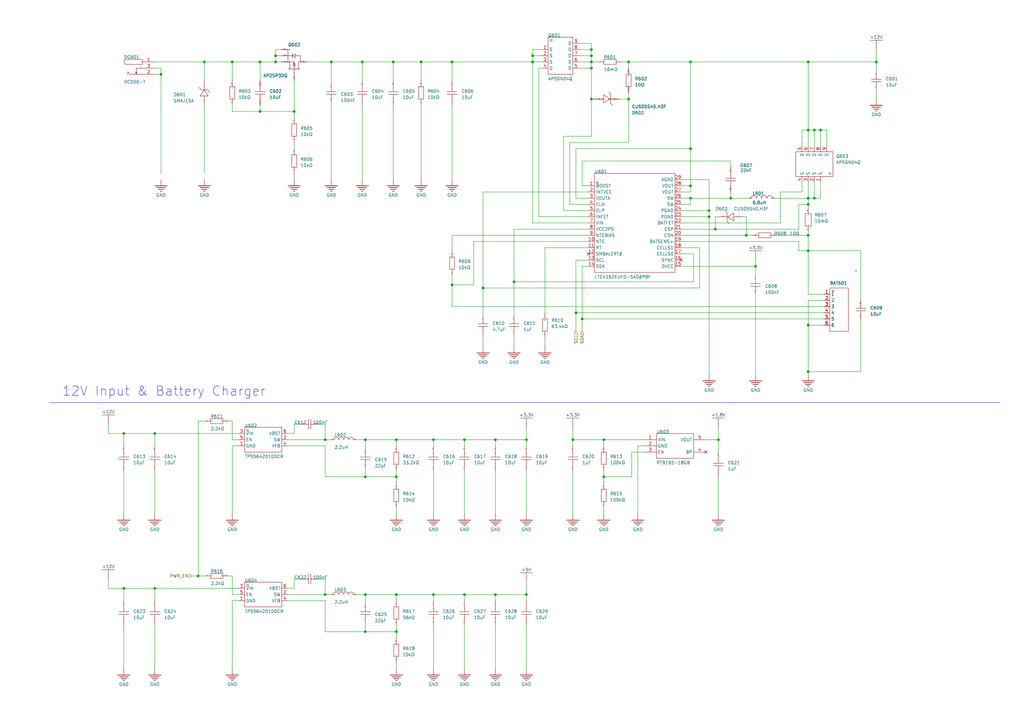
<source format=kicad_sch>
(kicad_sch
	(version 20250114)
	(generator "eeschema")
	(generator_version "9.0")
	(uuid "eb04348c-5485-4089-b7e0-4e397943640e")
	(paper "A3")
	
	(text "12V Input & Battery Charger"
		(exclude_from_sim no)
		(at 25.4 162.814 0)
		(effects
			(font
				(size 3.81 3.81)
			)
			(justify left bottom)
		)
		(uuid "8f68ff53-0e89-4ef4-a789-02b4662857b1")
	)
	(junction
		(at 257.81 40.64)
		(diameter 0)
		(color 0 0 0 0)
		(uuid "03afe62a-140f-4958-98d8-6380b9d49bf2")
	)
	(junction
		(at 133.35 243.84)
		(diameter 0)
		(color 0 0 0 0)
		(uuid "1032785e-fc88-4150-92a7-644d575507ff")
	)
	(junction
		(at 331.47 133.35)
		(diameter 0)
		(color 0 0 0 0)
		(uuid "18c1be34-a1b2-4dbf-bd17-8c312b1d9c48")
	)
	(junction
		(at 106.68 25.4)
		(diameter 0)
		(color 0 0 0 0)
		(uuid "192d8804-e5f2-4526-a7b2-0bbad8ca8cd4")
	)
	(junction
		(at 331.47 96.52)
		(diameter 0)
		(color 0 0 0 0)
		(uuid "19bb6cbb-e733-47bc-9304-ee446d8541fd")
	)
	(junction
		(at 50.8 177.8)
		(diameter 0)
		(color 0 0 0 0)
		(uuid "1a6de1a5-10a6-433c-bd98-309439decca3")
	)
	(junction
		(at 290.83 88.9)
		(diameter 0)
		(color 0 0 0 0)
		(uuid "1e595a94-5ee1-43ed-9416-9f90688ef613")
	)
	(junction
		(at 236.22 128.27)
		(diameter 0)
		(color 0 0 0 0)
		(uuid "23a1ca55-ecc1-4cdc-98b3-ef23ad54bf5a")
	)
	(junction
		(at 331.47 25.4)
		(diameter 0)
		(color 0 0 0 0)
		(uuid "247f3a68-1337-4abd-9b68-e528c2c79d1b")
	)
	(junction
		(at 215.9 243.84)
		(diameter 0)
		(color 0 0 0 0)
		(uuid "26530e37-5ed1-4a54-bdd7-99011844f641")
	)
	(junction
		(at 331.47 152.4)
		(diameter 0)
		(color 0 0 0 0)
		(uuid "2a305f47-561f-4a02-992e-97c98223af35")
	)
	(junction
		(at 210.82 115.57)
		(diameter 0)
		(color 0 0 0 0)
		(uuid "2a834ca9-62c4-4bdb-aca9-92b697fcef55")
	)
	(junction
		(at 148.59 25.4)
		(diameter 0)
		(color 0 0 0 0)
		(uuid "2c878fa1-9929-42da-ac8e-c8a89cc89ef4")
	)
	(junction
		(at 290.83 86.36)
		(diameter 0)
		(color 0 0 0 0)
		(uuid "2e802f2f-e18e-40f4-a6ea-57a168538989")
	)
	(junction
		(at 113.03 22.86)
		(diameter 0)
		(color 0 0 0 0)
		(uuid "2f24faaf-749c-42d5-bee5-8c78b9d2bb4a")
	)
	(junction
		(at 185.42 25.4)
		(diameter 0)
		(color 0 0 0 0)
		(uuid "301b9192-92c6-4bf1-8ab1-b39a89ecd07a")
	)
	(junction
		(at 177.8 243.84)
		(diameter 0)
		(color 0 0 0 0)
		(uuid "35e9dda2-baf8-4310-8399-bb9452b7aef5")
	)
	(junction
		(at 149.86 243.84)
		(diameter 0)
		(color 0 0 0 0)
		(uuid "3c5e4a3a-77c7-4e6b-b0a8-67bddefeed25")
	)
	(junction
		(at 162.56 180.34)
		(diameter 0)
		(color 0 0 0 0)
		(uuid "3cf6b6b9-aaca-4ef4-8d7d-025f99ca1852")
	)
	(junction
		(at 257.81 25.4)
		(diameter 0)
		(color 0 0 0 0)
		(uuid "3d5fbbc3-0662-47ce-bdb4-60f5f234db85")
	)
	(junction
		(at 162.56 195.58)
		(diameter 0)
		(color 0 0 0 0)
		(uuid "4b01be6f-7f6b-4cb1-937b-d32f8b544f76")
	)
	(junction
		(at 66.04 30.48)
		(diameter 0)
		(color 0 0 0 0)
		(uuid "4b2f2b22-e530-4ce1-9a3a-06362bf68b91")
	)
	(junction
		(at 149.86 195.58)
		(diameter 0)
		(color 0 0 0 0)
		(uuid "4d059df0-e326-433c-89db-e9317bafd8d6")
	)
	(junction
		(at 198.12 118.11)
		(diameter 0)
		(color 0 0 0 0)
		(uuid "4eba2796-b72d-4ada-a81b-7a5e21ee4c77")
	)
	(junction
		(at 113.03 25.4)
		(diameter 0)
		(color 0 0 0 0)
		(uuid "4f0f6112-02cb-4100-a184-3b9da0fad9cd")
	)
	(junction
		(at 283.21 76.2)
		(diameter 0)
		(color 0 0 0 0)
		(uuid "526db0fa-ab16-47ba-916b-882706280414")
	)
	(junction
		(at 242.57 20.32)
		(diameter 0)
		(color 0 0 0 0)
		(uuid "54bd1dc0-065b-4a2f-956b-0eefb785b74b")
	)
	(junction
		(at 331.47 53.34)
		(diameter 0)
		(color 0 0 0 0)
		(uuid "5518a319-dc03-45a0-a10f-ef668e0dbead")
	)
	(junction
		(at 283.21 60.96)
		(diameter 0)
		(color 0 0 0 0)
		(uuid "551bc980-792f-4127-b928-1e44f33292f4")
	)
	(junction
		(at 177.8 180.34)
		(diameter 0)
		(color 0 0 0 0)
		(uuid "5ec5130c-9c22-43cd-be4a-68616139a494")
	)
	(junction
		(at 242.57 40.64)
		(diameter 0)
		(color 0 0 0 0)
		(uuid "61009824-658c-4edb-947c-d0a27a33df94")
	)
	(junction
		(at 81.28 236.22)
		(diameter 0)
		(color 0 0 0 0)
		(uuid "6589c7dd-e063-463f-8812-8f755c30f15a")
	)
	(junction
		(at 203.2 243.84)
		(diameter 0)
		(color 0 0 0 0)
		(uuid "687f294e-40d5-40c1-8f9f-a24faf68f80e")
	)
	(junction
		(at 334.01 81.28)
		(diameter 0)
		(color 0 0 0 0)
		(uuid "69dff5ec-c62a-49ad-8905-cdfda4852863")
	)
	(junction
		(at 306.07 96.52)
		(diameter 0)
		(color 0 0 0 0)
		(uuid "69fcd253-f43c-4720-a78d-746029de5581")
	)
	(junction
		(at 203.2 180.34)
		(diameter 0)
		(color 0 0 0 0)
		(uuid "762c20ca-34b1-4a90-8470-639c211ee357")
	)
	(junction
		(at 135.89 25.4)
		(diameter 0)
		(color 0 0 0 0)
		(uuid "785b3098-f65f-4efd-bc1a-3077e513ac85")
	)
	(junction
		(at 63.5 177.8)
		(diameter 0)
		(color 0 0 0 0)
		(uuid "79fd47c0-f5a7-4a54-a785-d101d09584ff")
	)
	(junction
		(at 185.42 116.84)
		(diameter 0)
		(color 0 0 0 0)
		(uuid "7a1ad69e-d0c3-4d72-ad88-316d52f65ac0")
	)
	(junction
		(at 331.47 102.87)
		(diameter 0)
		(color 0 0 0 0)
		(uuid "7c8dfdf4-66b0-4f33-a014-001ec1e5f703")
	)
	(junction
		(at 95.25 25.4)
		(diameter 0)
		(color 0 0 0 0)
		(uuid "7dd9e25f-6717-4cb9-956f-2c029cabc902")
	)
	(junction
		(at 161.29 25.4)
		(diameter 0)
		(color 0 0 0 0)
		(uuid "7fd3b03d-8c10-4994-94b1-1759d8737e8d")
	)
	(junction
		(at 63.5 241.3)
		(diameter 0)
		(color 0 0 0 0)
		(uuid "87e75f2c-548f-40f1-8ac5-0b8e91aab9fe")
	)
	(junction
		(at 218.44 22.86)
		(diameter 0)
		(color 0 0 0 0)
		(uuid "89386d0a-1d97-4c20-a25d-c07b68ddf07c")
	)
	(junction
		(at 309.88 109.22)
		(diameter 0)
		(color 0 0 0 0)
		(uuid "8cfcb804-fc85-4127-9258-0404ca24431e")
	)
	(junction
		(at 336.55 53.34)
		(diameter 0)
		(color 0 0 0 0)
		(uuid "8fbf63c8-10d8-421d-8349-b8ac8ec0a4e1")
	)
	(junction
		(at 293.37 93.98)
		(diameter 0)
		(color 0 0 0 0)
		(uuid "92fa70ae-b46b-4f78-bee2-5eb5246aa4a5")
	)
	(junction
		(at 120.65 45.72)
		(diameter 0)
		(color 0 0 0 0)
		(uuid "95087511-742c-4372-8180-793e5bb7f7e1")
	)
	(junction
		(at 242.57 27.94)
		(diameter 0)
		(color 0 0 0 0)
		(uuid "9cb0586f-aa29-4931-8193-07efe7daf469")
	)
	(junction
		(at 149.86 259.08)
		(diameter 0)
		(color 0 0 0 0)
		(uuid "a04c1b1a-d146-4946-be23-a65d45f8a0fe")
	)
	(junction
		(at 331.47 83.82)
		(diameter 0)
		(color 0 0 0 0)
		(uuid "a1d486b1-0cf4-4b62-9509-74fc83f2a1e3")
	)
	(junction
		(at 331.47 81.28)
		(diameter 0)
		(color 0 0 0 0)
		(uuid "a5c1bb64-4b58-4a37-ab4d-6926d85a314a")
	)
	(junction
		(at 215.9 180.34)
		(diameter 0)
		(color 0 0 0 0)
		(uuid "a69f3d07-b856-48a6-9447-eec3601825e5")
	)
	(junction
		(at 50.8 241.3)
		(diameter 0)
		(color 0 0 0 0)
		(uuid "a878b1a5-bac8-4b7e-b98f-176f8029271b")
	)
	(junction
		(at 247.65 180.34)
		(diameter 0)
		(color 0 0 0 0)
		(uuid "af903de8-eeb9-41b3-aa63-f65fd6c967b7")
	)
	(junction
		(at 162.56 259.08)
		(diameter 0)
		(color 0 0 0 0)
		(uuid "b2743cdc-7f7c-4673-b908-62abddd05434")
	)
	(junction
		(at 218.44 25.4)
		(diameter 0)
		(color 0 0 0 0)
		(uuid "b9e5973d-3167-4e37-825c-54a915dffca0")
	)
	(junction
		(at 238.76 130.81)
		(diameter 0)
		(color 0 0 0 0)
		(uuid "bb868470-bba5-4004-90db-6422839464c2")
	)
	(junction
		(at 242.57 22.86)
		(diameter 0)
		(color 0 0 0 0)
		(uuid "c1b6967e-de33-4913-9b49-f78e5870fd45")
	)
	(junction
		(at 83.82 25.4)
		(diameter 0)
		(color 0 0 0 0)
		(uuid "ce249654-6f42-45eb-887c-be58fff15451")
	)
	(junction
		(at 359.41 25.4)
		(diameter 0)
		(color 0 0 0 0)
		(uuid "d62051d9-08f4-4c5a-99fd-d6bafdbeb3cc")
	)
	(junction
		(at 299.72 81.28)
		(diameter 0)
		(color 0 0 0 0)
		(uuid "d66b4584-a210-4dd1-afd8-19cf13112197")
	)
	(junction
		(at 294.64 180.34)
		(diameter 0)
		(color 0 0 0 0)
		(uuid "d6d9b398-f793-4225-bde4-90fbb9bad597")
	)
	(junction
		(at 106.68 45.72)
		(diameter 0)
		(color 0 0 0 0)
		(uuid "d71ffbc6-2bfd-4ffc-b333-fd4bb39371f0")
	)
	(junction
		(at 133.35 180.34)
		(diameter 0)
		(color 0 0 0 0)
		(uuid "da91d07c-1ecd-412b-ba33-8251f497a8cc")
	)
	(junction
		(at 149.86 180.34)
		(diameter 0)
		(color 0 0 0 0)
		(uuid "dc5be8ce-c44b-43b6-878f-30131fa38a0e")
	)
	(junction
		(at 283.21 25.4)
		(diameter 0)
		(color 0 0 0 0)
		(uuid "dc976515-cc22-4f0c-aa76-42fb99a301fa")
	)
	(junction
		(at 242.57 25.4)
		(diameter 0)
		(color 0 0 0 0)
		(uuid "de916752-b8ba-4f53-bdfb-7384c7c3c829")
	)
	(junction
		(at 247.65 195.58)
		(diameter 0)
		(color 0 0 0 0)
		(uuid "decda0eb-266f-449c-930b-c9fc5aa84794")
	)
	(junction
		(at 283.21 81.28)
		(diameter 0)
		(color 0 0 0 0)
		(uuid "e18608be-2c47-450d-97bd-648a7dcf143b")
	)
	(junction
		(at 334.01 53.34)
		(diameter 0)
		(color 0 0 0 0)
		(uuid "e9d9d61a-74ff-4678-9a91-24b48584dc65")
	)
	(junction
		(at 172.72 25.4)
		(diameter 0)
		(color 0 0 0 0)
		(uuid "ead761ba-53c4-49ec-96e7-b6c0a187412a")
	)
	(junction
		(at 190.5 180.34)
		(diameter 0)
		(color 0 0 0 0)
		(uuid "f84b9d61-4dc5-49cb-b818-baf8656174ad")
	)
	(junction
		(at 234.95 180.34)
		(diameter 0)
		(color 0 0 0 0)
		(uuid "f8eec81b-c317-43f2-ad40-8acc0161c539")
	)
	(junction
		(at 162.56 243.84)
		(diameter 0)
		(color 0 0 0 0)
		(uuid "fe0a15da-7d64-45ae-bf7a-1b09ad882c36")
	)
	(junction
		(at 190.5 243.84)
		(diameter 0)
		(color 0 0 0 0)
		(uuid "ff5c8640-c520-47cd-b84f-f9a7a3d426ac")
	)
	(no_connect
		(at 241.3 104.14)
		(uuid "11d54122-fbed-42bb-a8b4-c0a2b62b1826")
	)
	(no_connect
		(at 289.56 185.42)
		(uuid "41cf009b-17fd-447e-8fc2-0d66982a5aa4")
	)
	(no_connect
		(at 279.4 106.68)
		(uuid "42a93451-6af6-41dc-ab7b-56538678e9c5")
	)
	(wire
		(pts
			(xy 120.65 71.12) (xy 120.65 73.66)
		)
		(stroke
			(width 0)
			(type default)
		)
		(uuid "01619fab-c3ae-462c-81f1-b2c68eba3d3f")
	)
	(wire
		(pts
			(xy 236.22 128.27) (xy 337.82 128.27)
		)
		(stroke
			(width 0)
			(type default)
		)
		(uuid "018dc2c8-e907-4402-988b-b08b0db9c518")
	)
	(wire
		(pts
			(xy 294.64 180.34) (xy 289.56 180.34)
		)
		(stroke
			(width 0)
			(type default)
		)
		(uuid "02c1f11a-0b00-4cba-824c-123dcf9818b2")
	)
	(wire
		(pts
			(xy 190.5 243.84) (xy 190.5 246.38)
		)
		(stroke
			(width 0)
			(type default)
		)
		(uuid "02fe7036-d4b3-4f83-b888-64703da89d29")
	)
	(wire
		(pts
			(xy 247.65 180.34) (xy 247.65 182.88)
		)
		(stroke
			(width 0)
			(type default)
		)
		(uuid "044185cb-48a8-4221-bf4f-d0ded65bf7d2")
	)
	(wire
		(pts
			(xy 81.28 172.72) (xy 83.82 172.72)
		)
		(stroke
			(width 0)
			(type default)
		)
		(uuid "04e84a78-9107-4f5c-85c8-ebfed341bcdb")
	)
	(wire
		(pts
			(xy 287.02 101.6) (xy 279.4 101.6)
		)
		(stroke
			(width 0)
			(type default)
		)
		(uuid "060743c7-2e12-4ec9-acfe-384acb86f78b")
	)
	(wire
		(pts
			(xy 331.47 81.28) (xy 317.5 81.28)
		)
		(stroke
			(width 0)
			(type default)
		)
		(uuid "0622bbb5-59d9-4187-bc6a-acc7fbffee8c")
	)
	(wire
		(pts
			(xy 334.01 74.93) (xy 334.01 81.28)
		)
		(stroke
			(width 0)
			(type default)
		)
		(uuid "0689f97a-e7e8-4587-9691-376f58d742b8")
	)
	(wire
		(pts
			(xy 331.47 120.65) (xy 337.82 120.65)
		)
		(stroke
			(width 0)
			(type default)
		)
		(uuid "068a54aa-f711-4d01-9f30-597bdad33952")
	)
	(wire
		(pts
			(xy 133.35 246.38) (xy 133.35 259.08)
		)
		(stroke
			(width 0)
			(type default)
		)
		(uuid "085c00e4-eecb-4400-99dc-ed1750b43fd5")
	)
	(wire
		(pts
			(xy 231.14 86.36) (xy 241.3 86.36)
		)
		(stroke
			(width 0)
			(type default)
		)
		(uuid "08e75486-9060-4bda-b4c3-fe934f92e1cb")
	)
	(wire
		(pts
			(xy 241.3 78.74) (xy 198.12 78.74)
		)
		(stroke
			(width 0)
			(type default)
		)
		(uuid "094d4957-59bb-42ed-ba41-c8fec1f6cf5e")
	)
	(wire
		(pts
			(xy 231.14 55.88) (xy 242.57 55.88)
		)
		(stroke
			(width 0)
			(type default)
		)
		(uuid "095711d4-a13d-4599-af6b-d130f7ad42a7")
	)
	(wire
		(pts
			(xy 234.95 210.82) (xy 234.95 193.04)
		)
		(stroke
			(width 0)
			(type default)
		)
		(uuid "09ccecb5-1c4b-4573-b085-acd1d2b30fdd")
	)
	(wire
		(pts
			(xy 238.76 76.2) (xy 241.3 76.2)
		)
		(stroke
			(width 0)
			(type default)
		)
		(uuid "0a53daee-8d75-4593-b923-9c55493bfd50")
	)
	(wire
		(pts
			(xy 242.57 17.78) (xy 237.49 17.78)
		)
		(stroke
			(width 0)
			(type default)
		)
		(uuid "0b2e6ee4-05a8-46fc-8407-e65cd8f0ade6")
	)
	(wire
		(pts
			(xy 233.68 58.42) (xy 233.68 83.82)
		)
		(stroke
			(width 0)
			(type default)
		)
		(uuid "0bb6f74d-6120-43f0-9d02-690f455cf0dc")
	)
	(wire
		(pts
			(xy 135.89 25.4) (xy 135.89 34.29)
		)
		(stroke
			(width 0)
			(type default)
		)
		(uuid "0c2d7775-268c-49e3-ba15-499bf7a611c1")
	)
	(wire
		(pts
			(xy 177.8 180.34) (xy 162.56 180.34)
		)
		(stroke
			(width 0)
			(type default)
		)
		(uuid "0cd13a69-d680-4197-b5a4-f933089d855b")
	)
	(wire
		(pts
			(xy 309.88 113.03) (xy 309.88 109.22)
		)
		(stroke
			(width 0)
			(type default)
		)
		(uuid "0df1474b-0450-4739-b1ec-c365cf220aed")
	)
	(wire
		(pts
			(xy 331.47 120.65) (xy 331.47 102.87)
		)
		(stroke
			(width 0)
			(type default)
		)
		(uuid "0f192237-3014-4e54-bc2f-e868e26c137f")
	)
	(wire
		(pts
			(xy 218.44 20.32) (xy 222.25 20.32)
		)
		(stroke
			(width 0)
			(type default)
		)
		(uuid "0f669f0b-0759-4575-bc0d-8dd54d2f9966")
	)
	(wire
		(pts
			(xy 149.86 195.58) (xy 149.86 191.77)
		)
		(stroke
			(width 0)
			(type default)
		)
		(uuid "0fac287d-4cfe-484a-8089-47f5c0ca9ca3")
	)
	(wire
		(pts
			(xy 231.14 55.88) (xy 231.14 86.36)
		)
		(stroke
			(width 0)
			(type default)
		)
		(uuid "0ff37309-26b0-4b6a-a415-8ae2c7b73aec")
	)
	(wire
		(pts
			(xy 257.81 27.94) (xy 257.81 25.4)
		)
		(stroke
			(width 0)
			(type default)
		)
		(uuid "1096c091-01b5-4ec9-855a-a69a44c29c1f")
	)
	(wire
		(pts
			(xy 194.31 99.06) (xy 241.3 99.06)
		)
		(stroke
			(width 0)
			(type default)
		)
		(uuid "10cf64f1-62c2-4c03-9ea4-79780fc69ac9")
	)
	(wire
		(pts
			(xy 331.47 95.25) (xy 331.47 96.52)
		)
		(stroke
			(width 0)
			(type default)
		)
		(uuid "11280f95-6302-4d28-8ed7-6ac692836922")
	)
	(wire
		(pts
			(xy 50.8 177.8) (xy 50.8 182.88)
		)
		(stroke
			(width 0)
			(type default)
		)
		(uuid "13a8a2e7-9f47-4d4e-8502-0c144b5cb104")
	)
	(wire
		(pts
			(xy 247.65 195.58) (xy 259.08 195.58)
		)
		(stroke
			(width 0)
			(type default)
		)
		(uuid "14609133-7777-46c4-af79-2e64a662ba48")
	)
	(wire
		(pts
			(xy 241.3 83.82) (xy 233.68 83.82)
		)
		(stroke
			(width 0)
			(type default)
		)
		(uuid "148669a8-2baa-4193-a7d3-ad0e25f93d7f")
	)
	(wire
		(pts
			(xy 318.77 96.52) (xy 331.47 96.52)
		)
		(stroke
			(width 0)
			(type default)
		)
		(uuid "157539ba-5fb5-4379-ac34-a0bdd3be491c")
	)
	(wire
		(pts
			(xy 290.83 153.67) (xy 290.83 88.9)
		)
		(stroke
			(width 0)
			(type default)
		)
		(uuid "1633b5d7-f22d-4af8-b658-91b8bae9785e")
	)
	(wire
		(pts
			(xy 331.47 59.69) (xy 331.47 53.34)
		)
		(stroke
			(width 0)
			(type default)
		)
		(uuid "1646d6ae-4146-4f53-8e04-e33f9cbdb02c")
	)
	(wire
		(pts
			(xy 334.01 53.34) (xy 336.55 53.34)
		)
		(stroke
			(width 0)
			(type default)
		)
		(uuid "168a3781-aaa1-4a48-a48a-1265cb80c779")
	)
	(wire
		(pts
			(xy 331.47 81.28) (xy 334.01 81.28)
		)
		(stroke
			(width 0)
			(type default)
		)
		(uuid "1781d206-f85c-44b4-bfed-89327b8970f7")
	)
	(wire
		(pts
			(xy 353.06 123.19) (xy 353.06 102.87)
		)
		(stroke
			(width 0)
			(type default)
		)
		(uuid "17ec8088-b6c2-4bd7-90aa-31253a2e8858")
	)
	(wire
		(pts
			(xy 237.49 27.94) (xy 242.57 27.94)
		)
		(stroke
			(width 0)
			(type default)
		)
		(uuid "18188498-6093-4626-99a2-f5fed1f1456e")
	)
	(wire
		(pts
			(xy 63.5 210.82) (xy 63.5 193.04)
		)
		(stroke
			(width 0)
			(type default)
		)
		(uuid "18a3665e-7624-40d0-8838-d6d81311e76b")
	)
	(wire
		(pts
			(xy 63.5 241.3) (xy 50.8 241.3)
		)
		(stroke
			(width 0)
			(type default)
		)
		(uuid "1aba723b-0e6f-46d8-b786-52233efe52b0")
	)
	(wire
		(pts
			(xy 44.45 173.99) (xy 44.45 177.8)
		)
		(stroke
			(width 0)
			(type default)
		)
		(uuid "1c6a613f-4f5b-479d-887d-380cd286d4dd")
	)
	(wire
		(pts
			(xy 238.76 66.04) (xy 299.72 66.04)
		)
		(stroke
			(width 0)
			(type default)
		)
		(uuid "1cca0021-a95a-4a4a-a6d7-2334a62f379a")
	)
	(wire
		(pts
			(xy 95.25 236.22) (xy 93.98 236.22)
		)
		(stroke
			(width 0)
			(type default)
		)
		(uuid "1cd91581-8557-4122-8729-40d644b51e9e")
	)
	(wire
		(pts
			(xy 83.82 25.4) (xy 63.5 25.4)
		)
		(stroke
			(width 0)
			(type default)
		)
		(uuid "1e9f4a53-52b1-4b72-8e2f-73b94245d5a3")
	)
	(wire
		(pts
			(xy 242.57 40.64) (xy 242.57 27.94)
		)
		(stroke
			(width 0)
			(type default)
		)
		(uuid "2143b060-6443-45dd-8813-180def1ff95c")
	)
	(wire
		(pts
			(xy 220.98 27.94) (xy 222.25 27.94)
		)
		(stroke
			(width 0)
			(type default)
		)
		(uuid "2259662e-4733-45f5-a8ef-08141d602dbc")
	)
	(wire
		(pts
			(xy 336.55 81.28) (xy 334.01 81.28)
		)
		(stroke
			(width 0)
			(type default)
		)
		(uuid "22a621c2-af5d-4f2f-bd18-fb2b14416b4e")
	)
	(wire
		(pts
			(xy 331.47 152.4) (xy 331.47 133.35)
		)
		(stroke
			(width 0)
			(type default)
		)
		(uuid "232b3b29-5de5-4941-b713-b7fc8cd1d776")
	)
	(wire
		(pts
			(xy 320.04 91.44) (xy 279.4 91.44)
		)
		(stroke
			(width 0)
			(type default)
		)
		(uuid "237d7c00-892e-4bbb-898d-94ade0183053")
	)
	(wire
		(pts
			(xy 215.9 180.34) (xy 215.9 182.88)
		)
		(stroke
			(width 0)
			(type default)
		)
		(uuid "243491fa-9b58-4ce5-9983-de6adfdba74d")
	)
	(wire
		(pts
			(xy 161.29 25.4) (xy 172.72 25.4)
		)
		(stroke
			(width 0)
			(type default)
		)
		(uuid "24a6a775-a620-4026-94d2-4e6ea83a763c")
	)
	(wire
		(pts
			(xy 81.28 172.72) (xy 81.28 236.22)
		)
		(stroke
			(width 0)
			(type default)
		)
		(uuid "26523fb1-7256-425a-9a6b-50364456cceb")
	)
	(wire
		(pts
			(xy 218.44 25.4) (xy 218.44 22.86)
		)
		(stroke
			(width 0)
			(type default)
		)
		(uuid "27ee8f8b-b479-4ebe-a1c8-1b6af825a8ab")
	)
	(wire
		(pts
			(xy 50.8 177.8) (xy 44.45 177.8)
		)
		(stroke
			(width 0)
			(type default)
		)
		(uuid "288b2631-39d1-4258-a422-157d74027534")
	)
	(wire
		(pts
			(xy 185.42 25.4) (xy 185.42 33.02)
		)
		(stroke
			(width 0)
			(type default)
		)
		(uuid "29aa8336-643c-4a0b-af45-67ac7b404049")
	)
	(wire
		(pts
			(xy 245.11 25.4) (xy 242.57 25.4)
		)
		(stroke
			(width 0)
			(type default)
		)
		(uuid "2ace1251-aeef-406b-801d-91de35f422da")
	)
	(wire
		(pts
			(xy 242.57 22.86) (xy 237.49 22.86)
		)
		(stroke
			(width 0)
			(type default)
		)
		(uuid "2b8a5151-2175-4ee0-8688-0354313a9ae2")
	)
	(wire
		(pts
			(xy 328.93 53.34) (xy 328.93 59.69)
		)
		(stroke
			(width 0)
			(type default)
		)
		(uuid "2bf2fc57-5127-4824-8788-96fce6a10fd5")
	)
	(wire
		(pts
			(xy 255.27 25.4) (xy 257.81 25.4)
		)
		(stroke
			(width 0)
			(type default)
		)
		(uuid "2e0e4ca3-86ce-4a46-a075-32f9d0b95dea")
	)
	(wire
		(pts
			(xy 63.5 241.3) (xy 63.5 246.38)
		)
		(stroke
			(width 0)
			(type default)
		)
		(uuid "2f447e5f-8f18-4aac-86c2-713118bf6af0")
	)
	(wire
		(pts
			(xy 97.79 182.88) (xy 95.25 182.88)
		)
		(stroke
			(width 0)
			(type default)
		)
		(uuid "302c7097-2579-44bf-a464-a0516c11b84d")
	)
	(wire
		(pts
			(xy 284.48 115.57) (xy 210.82 115.57)
		)
		(stroke
			(width 0)
			(type default)
		)
		(uuid "302c91d7-f222-472d-bb22-e55fe38a2f06")
	)
	(wire
		(pts
			(xy 133.35 182.88) (xy 133.35 195.58)
		)
		(stroke
			(width 0)
			(type default)
		)
		(uuid "3211f42c-8dd6-44c7-8376-33cdd805650b")
	)
	(wire
		(pts
			(xy 334.01 59.69) (xy 334.01 53.34)
		)
		(stroke
			(width 0)
			(type default)
		)
		(uuid "33442452-163f-44c3-b671-a5599a880e29")
	)
	(wire
		(pts
			(xy 162.56 243.84) (xy 149.86 243.84)
		)
		(stroke
			(width 0)
			(type default)
		)
		(uuid "33652392-b7f2-44ff-9953-bc0b26c51c19")
	)
	(wire
		(pts
			(xy 236.22 128.27) (xy 236.22 106.68)
		)
		(stroke
			(width 0)
			(type default)
		)
		(uuid "33d25046-ff57-438b-b547-f0bf03e59795")
	)
	(wire
		(pts
			(xy 247.65 180.34) (xy 264.16 180.34)
		)
		(stroke
			(width 0)
			(type default)
		)
		(uuid "34e860bf-ca6a-4229-bc0d-6097ad7ef7f6")
	)
	(wire
		(pts
			(xy 331.47 153.67) (xy 331.47 152.4)
		)
		(stroke
			(width 0)
			(type default)
		)
		(uuid "35eb0b65-1810-4c8e-a941-a205068758be")
	)
	(wire
		(pts
			(xy 339.09 59.69) (xy 339.09 53.34)
		)
		(stroke
			(width 0)
			(type default)
		)
		(uuid "388d8060-559c-413a-92d0-1de6c2b3a6af")
	)
	(wire
		(pts
			(xy 149.86 180.34) (xy 146.05 180.34)
		)
		(stroke
			(width 0)
			(type default)
		)
		(uuid "3b3e3c70-9b3e-40c5-9d06-55b608c395dd")
	)
	(wire
		(pts
			(xy 283.21 78.74) (xy 279.4 78.74)
		)
		(stroke
			(width 0)
			(type default)
		)
		(uuid "3be12724-095b-49fa-8e29-e6d5d469c728")
	)
	(wire
		(pts
			(xy 133.35 237.49) (xy 133.35 243.84)
		)
		(stroke
			(width 0)
			(type default)
		)
		(uuid "3c262d2f-2b93-40f5-8b28-d5afa6a206df")
	)
	(wire
		(pts
			(xy 106.68 45.72) (xy 106.68 43.18)
		)
		(stroke
			(width 0)
			(type default)
		)
		(uuid "3cd88096-60f1-4a45-aee4-fce64d4c73ac")
	)
	(wire
		(pts
			(xy 242.57 25.4) (xy 242.57 22.86)
		)
		(stroke
			(width 0)
			(type default)
		)
		(uuid "3da6e426-23c2-4869-82b0-dc3ce2e88d35")
	)
	(wire
		(pts
			(xy 331.47 53.34) (xy 328.93 53.34)
		)
		(stroke
			(width 0)
			(type default)
		)
		(uuid "3db56966-7606-4501-b15f-fde57456a794")
	)
	(wire
		(pts
			(xy 95.25 182.88) (xy 95.25 210.82)
		)
		(stroke
			(width 0)
			(type default)
		)
		(uuid "3dd2574f-f949-4ad1-ba4b-905adb8f9339")
	)
	(wire
		(pts
			(xy 162.56 259.08) (xy 162.56 261.62)
		)
		(stroke
			(width 0)
			(type default)
		)
		(uuid "3ecb0056-34fc-44e9-9033-873d91702702")
	)
	(wire
		(pts
			(xy 215.9 243.84) (xy 215.9 246.38)
		)
		(stroke
			(width 0)
			(type default)
		)
		(uuid "3f7d8d39-0b19-4bca-b764-d376d53cdfad")
	)
	(wire
		(pts
			(xy 283.21 76.2) (xy 279.4 76.2)
		)
		(stroke
			(width 0)
			(type default)
		)
		(uuid "404f978e-8026-4bda-81da-0a32d528d8ee")
	)
	(wire
		(pts
			(xy 331.47 25.4) (xy 331.47 53.34)
		)
		(stroke
			(width 0)
			(type default)
		)
		(uuid "41c2b971-ceca-4299-afaa-f96677da1a15")
	)
	(wire
		(pts
			(xy 148.59 25.4) (xy 148.59 33.02)
		)
		(stroke
			(width 0)
			(type default)
		)
		(uuid "42ed21bc-ca3e-4615-853a-e251b4eb8d1c")
	)
	(wire
		(pts
			(xy 95.25 236.22) (xy 95.25 243.84)
		)
		(stroke
			(width 0)
			(type default)
		)
		(uuid "433391f5-d2de-4708-8298-d3d579533ff8")
	)
	(wire
		(pts
			(xy 95.25 25.4) (xy 83.82 25.4)
		)
		(stroke
			(width 0)
			(type default)
		)
		(uuid "43b492a2-f3c6-43b7-b369-d74a8627d56a")
	)
	(wire
		(pts
			(xy 115.57 20.32) (xy 113.03 20.32)
		)
		(stroke
			(width 0)
			(type default)
		)
		(uuid "4681f683-f297-43c4-a867-db23272a7291")
	)
	(wire
		(pts
			(xy 359.41 40.64) (xy 359.41 36.83)
		)
		(stroke
			(width 0)
			(type default)
		)
		(uuid "47592b4e-48bf-4036-86ca-093dafd70831")
	)
	(wire
		(pts
			(xy 241.3 93.98) (xy 210.82 93.98)
		)
		(stroke
			(width 0)
			(type default)
		)
		(uuid "48d52b33-fa10-4d9c-9fcf-ab93131f9d8d")
	)
	(wire
		(pts
			(xy 149.86 259.08) (xy 133.35 259.08)
		)
		(stroke
			(width 0)
			(type default)
		)
		(uuid "48e8a970-8f5a-4498-8b53-738b5319efc3")
	)
	(wire
		(pts
			(xy 203.2 180.34) (xy 203.2 182.88)
		)
		(stroke
			(width 0)
			(type default)
		)
		(uuid "4a7dd161-bfa8-4eb7-876f-19f21d7511bc")
	)
	(wire
		(pts
			(xy 287.02 118.11) (xy 287.02 101.6)
		)
		(stroke
			(width 0)
			(type default)
		)
		(uuid "4a895d32-795f-423b-9107-34fd63750067")
	)
	(wire
		(pts
			(xy 236.22 106.68) (xy 241.3 106.68)
		)
		(stroke
			(width 0)
			(type default)
		)
		(uuid "4bd33297-5722-40a9-a345-c0691cc98227")
	)
	(wire
		(pts
			(xy 283.21 76.2) (xy 283.21 78.74)
		)
		(stroke
			(width 0)
			(type default)
		)
		(uuid "4df45220-ee62-487c-9175-915fa4468f75")
	)
	(wire
		(pts
			(xy 215.9 274.32) (xy 215.9 256.54)
		)
		(stroke
			(width 0)
			(type default)
		)
		(uuid "4e164782-c8fd-4683-be94-c8fb72051769")
	)
	(wire
		(pts
			(xy 247.65 195.58) (xy 247.65 198.12)
		)
		(stroke
			(width 0)
			(type default)
		)
		(uuid "4ee1d654-1bfd-4aef-ae9f-833bc7c93b7e")
	)
	(wire
		(pts
			(xy 149.86 259.08) (xy 162.56 259.08)
		)
		(stroke
			(width 0)
			(type default)
		)
		(uuid "4f8078fa-1423-4029-b6a6-a3672725b4cd")
	)
	(wire
		(pts
			(xy 106.68 25.4) (xy 106.68 33.02)
		)
		(stroke
			(width 0)
			(type default)
		)
		(uuid "4fe3af7c-3b04-4c70-910c-d5a7166320e8")
	)
	(wire
		(pts
			(xy 309.88 153.67) (xy 309.88 120.65)
		)
		(stroke
			(width 0)
			(type default)
		)
		(uuid "50f986e1-6777-40fb-9467-e515a5224841")
	)
	(wire
		(pts
			(xy 162.56 180.34) (xy 162.56 182.88)
		)
		(stroke
			(width 0)
			(type default)
		)
		(uuid "51087d55-f671-43fe-ba44-3f68185abf0d")
	)
	(wire
		(pts
			(xy 279.4 93.98) (xy 293.37 93.98)
		)
		(stroke
			(width 0)
			(type default)
		)
		(uuid "51fe045c-ccae-477d-a2e5-d9a601d7c6b2")
	)
	(wire
		(pts
			(xy 95.25 172.72) (xy 95.25 180.34)
		)
		(stroke
			(width 0)
			(type default)
		)
		(uuid "52bcca87-ae22-4e1a-a23d-ad74b9144e44")
	)
	(wire
		(pts
			(xy 118.11 243.84) (xy 133.35 243.84)
		)
		(stroke
			(width 0)
			(type default)
		)
		(uuid "534e8913-9de5-4062-8db9-ff2e68e5923c")
	)
	(wire
		(pts
			(xy 327.66 93.98) (xy 293.37 93.98)
		)
		(stroke
			(width 0)
			(type default)
		)
		(uuid "536fa8d4-cf12-4a4a-bc08-ceb31de405e5")
	)
	(wire
		(pts
			(xy 215.9 210.82) (xy 215.9 193.04)
		)
		(stroke
			(width 0)
			(type default)
		)
		(uuid "53716f15-0dd9-4495-8631-baa59b2217fd")
	)
	(wire
		(pts
			(xy 353.06 152.4) (xy 353.06 130.81)
		)
		(stroke
			(width 0)
			(type default)
		)
		(uuid "53a57d30-1c8e-4ed3-95b8-ce4d55d588bf")
	)
	(wire
		(pts
			(xy 177.8 180.34) (xy 177.8 182.88)
		)
		(stroke
			(width 0)
			(type default)
		)
		(uuid "5419c8b2-44a0-45bf-b8a0-8c7a63bfa225")
	)
	(wire
		(pts
			(xy 162.56 210.82) (xy 162.56 208.28)
		)
		(stroke
			(width 0)
			(type default)
		)
		(uuid "546029e4-1594-4942-9abf-c9c625f971b5")
	)
	(wire
		(pts
			(xy 327.66 102.87) (xy 331.47 102.87)
		)
		(stroke
			(width 0)
			(type default)
		)
		(uuid "54f08218-4b55-4a37-8809-18d4aae766c2")
	)
	(wire
		(pts
			(xy 238.76 130.81) (xy 238.76 109.22)
		)
		(stroke
			(width 0)
			(type default)
		)
		(uuid "568e11e2-8910-4402-8c9e-7aa0f16eff42")
	)
	(wire
		(pts
			(xy 279.4 104.14) (xy 284.48 104.14)
		)
		(stroke
			(width 0)
			(type default)
		)
		(uuid "569d4738-ed12-4706-b2df-2c4dd8271289")
	)
	(wire
		(pts
			(xy 106.68 25.4) (xy 113.03 25.4)
		)
		(stroke
			(width 0)
			(type default)
		)
		(uuid "56ade4da-506b-412c-994e-878bbaa77724")
	)
	(wire
		(pts
			(xy 120.65 45.72) (xy 106.68 45.72)
		)
		(stroke
			(width 0)
			(type default)
		)
		(uuid "56b04a76-bca3-48ce-8a87-d9c4b15fb9a0")
	)
	(wire
		(pts
			(xy 162.56 180.34) (xy 149.86 180.34)
		)
		(stroke
			(width 0)
			(type default)
		)
		(uuid "59df27c9-ee65-4bac-98f9-9af1dfca69f9")
	)
	(wire
		(pts
			(xy 203.2 243.84) (xy 190.5 243.84)
		)
		(stroke
			(width 0)
			(type default)
		)
		(uuid "5a12cba7-282c-4f3f-a995-0a385e171928")
	)
	(wire
		(pts
			(xy 290.83 86.36) (xy 290.83 88.9)
		)
		(stroke
			(width 0)
			(type default)
		)
		(uuid "5b608ece-ff3d-437f-bbe3-884d61780db4")
	)
	(wire
		(pts
			(xy 359.41 29.21) (xy 359.41 25.4)
		)
		(stroke
			(width 0)
			(type default)
		)
		(uuid "5c203a8f-2bae-4425-a362-517f942a39c3")
	)
	(wire
		(pts
			(xy 95.25 246.38) (xy 95.25 274.32)
		)
		(stroke
			(width 0)
			(type default)
		)
		(uuid "5cb67fa5-7191-4a81-9d57-6a0d1cbb434f")
	)
	(wire
		(pts
			(xy 328.93 74.93) (xy 328.93 78.74)
		)
		(stroke
			(width 0)
			(type default)
		)
		(uuid "5cf27d84-315b-4fd3-8d7e-69897eb2555c")
	)
	(wire
		(pts
			(xy 177.8 274.32) (xy 177.8 256.54)
		)
		(stroke
			(width 0)
			(type default)
		)
		(uuid "5d0f948b-bb91-44d7-94f7-0055d3f237d5")
	)
	(wire
		(pts
			(xy 185.42 102.87) (xy 185.42 96.52)
		)
		(stroke
			(width 0)
			(type default)
		)
		(uuid "5dc7646f-60f2-4e5f-b593-6e11bd3c6a97")
	)
	(wire
		(pts
			(xy 95.25 43.18) (xy 95.25 45.72)
		)
		(stroke
			(width 0)
			(type default)
		)
		(uuid "5e111232-ae7b-4dc0-81dc-99c0e3414b1d")
	)
	(wire
		(pts
			(xy 306.07 96.52) (xy 306.07 88.9)
		)
		(stroke
			(width 0)
			(type default)
		)
		(uuid "5e2ef2ab-cba7-44e2-9701-b15de9091a26")
	)
	(wire
		(pts
			(xy 162.56 274.32) (xy 162.56 271.78)
		)
		(stroke
			(width 0)
			(type default)
		)
		(uuid "5fcdf3bb-c882-4a9d-b691-fc091c7631d4")
	)
	(wire
		(pts
			(xy 222.25 22.86) (xy 218.44 22.86)
		)
		(stroke
			(width 0)
			(type default)
		)
		(uuid "601d3240-fff9-4264-9e37-e97db586edac")
	)
	(wire
		(pts
			(xy 120.65 60.96) (xy 120.65 58.42)
		)
		(stroke
			(width 0)
			(type default)
		)
		(uuid "6036a629-6699-4516-bd9c-d17a6990e4f8")
	)
	(wire
		(pts
			(xy 115.57 22.86) (xy 113.03 22.86)
		)
		(stroke
			(width 0)
			(type default)
		)
		(uuid "6156330f-7142-4245-bad6-9e449f7f951c")
	)
	(wire
		(pts
			(xy 242.57 22.86) (xy 242.57 20.32)
		)
		(stroke
			(width 0)
			(type default)
		)
		(uuid "63d063ab-a9ba-41a8-91a1-3fdff3caef21")
	)
	(wire
		(pts
			(xy 279.4 86.36) (xy 290.83 86.36)
		)
		(stroke
			(width 0)
			(type default)
		)
		(uuid "641f3157-1ed8-4353-bcf4-e310d12c4719")
	)
	(wire
		(pts
			(xy 257.81 38.1) (xy 257.81 40.64)
		)
		(stroke
			(width 0)
			(type default)
		)
		(uuid "64409cc8-d003-4e2a-9f2f-3661c29f2038")
	)
	(wire
		(pts
			(xy 149.86 243.84) (xy 149.86 247.65)
		)
		(stroke
			(width 0)
			(type default)
		)
		(uuid "647117d5-9efe-4928-ad6c-ae982c1b07ed")
	)
	(wire
		(pts
			(xy 95.25 33.02) (xy 95.25 25.4)
		)
		(stroke
			(width 0)
			(type default)
		)
		(uuid "657abae4-92cf-4d11-a268-8bddb62306a5")
	)
	(wire
		(pts
			(xy 162.56 195.58) (xy 162.56 198.12)
		)
		(stroke
			(width 0)
			(type default)
		)
		(uuid "65a53500-d649-43dd-bee4-5016fea7dd3a")
	)
	(wire
		(pts
			(xy 161.29 25.4) (xy 161.29 33.02)
		)
		(stroke
			(width 0)
			(type default)
		)
		(uuid "66472452-469f-4172-a521-546b7ea53df1")
	)
	(wire
		(pts
			(xy 63.5 27.94) (xy 66.04 27.94)
		)
		(stroke
			(width 0)
			(type default)
		)
		(uuid "671e2d86-e7d5-4654-8ac5-d74820416373")
	)
	(wire
		(pts
			(xy 198.12 142.24) (xy 198.12 137.16)
		)
		(stroke
			(width 0)
			(type default)
		)
		(uuid "674bf4b7-b6f1-4367-b8a3-c196d16410c1")
	)
	(wire
		(pts
			(xy 190.5 274.32) (xy 190.5 256.54)
		)
		(stroke
			(width 0)
			(type default)
		)
		(uuid "67b6626a-ca16-4e7e-b49d-7e88a1ade3c5")
	)
	(wire
		(pts
			(xy 190.5 180.34) (xy 190.5 182.88)
		)
		(stroke
			(width 0)
			(type default)
		)
		(uuid "67f6e29a-7fa3-4790-9829-b189176ca8d0")
	)
	(polyline
		(pts
			(xy 410.21 165.1) (xy 20.32 165.1)
		)
		(stroke
			(width 0)
			(type default)
		)
		(uuid "68226800-ad82-4aa5-af2e-20c1a0559875")
	)
	(wire
		(pts
			(xy 148.59 25.4) (xy 161.29 25.4)
		)
		(stroke
			(width 0)
			(type default)
		)
		(uuid "6aa56397-443a-4c64-8cc7-25a84e0ccba6")
	)
	(wire
		(pts
			(xy 257.81 58.42) (xy 257.81 40.64)
		)
		(stroke
			(width 0)
			(type default)
		)
		(uuid "6ac89a9a-97f6-4cb5-b304-5ba6363650cc")
	)
	(wire
		(pts
			(xy 63.5 274.32) (xy 63.5 256.54)
		)
		(stroke
			(width 0)
			(type default)
		)
		(uuid "6b9e82d5-fb11-4c3c-bbbd-f934654f76a1")
	)
	(wire
		(pts
			(xy 306.07 88.9) (xy 304.8 88.9)
		)
		(stroke
			(width 0)
			(type default)
		)
		(uuid "6c679a39-cf45-4235-9583-e703f500d534")
	)
	(wire
		(pts
			(xy 218.44 25.4) (xy 185.42 25.4)
		)
		(stroke
			(width 0)
			(type default)
		)
		(uuid "6d052325-a7f1-4d6e-adcc-06c964f733f9")
	)
	(wire
		(pts
			(xy 120.65 241.3) (xy 118.11 241.3)
		)
		(stroke
			(width 0)
			(type default)
		)
		(uuid "6e2472a9-fa95-4d76-8699-afacd779a6e1")
	)
	(wire
		(pts
			(xy 283.21 60.96) (xy 283.21 76.2)
		)
		(stroke
			(width 0)
			(type default)
		)
		(uuid "6f4e5c6a-adf0-48eb-beff-c9ba7a9e2fa7")
	)
	(wire
		(pts
			(xy 359.41 25.4) (xy 359.41 20.32)
		)
		(stroke
			(width 0)
			(type default)
		)
		(uuid "6f8b52c0-b1ea-408a-87d3-0aea27b18433")
	)
	(wire
		(pts
			(xy 198.12 118.11) (xy 198.12 129.54)
		)
		(stroke
			(width 0)
			(type default)
		)
		(uuid "703ede2a-943a-4a47-842f-f9f558c2af7b")
	)
	(wire
		(pts
			(xy 215.9 175.26) (xy 215.9 180.34)
		)
		(stroke
			(width 0)
			(type default)
		)
		(uuid "70809ae5-5319-4c52-8e3c-9f7733a37467")
	)
	(wire
		(pts
			(xy 299.72 66.04) (xy 299.72 68.58)
		)
		(stroke
			(width 0)
			(type default)
		)
		(uuid "7094da76-6784-4171-b03e-56875a2fcc3e")
	)
	(wire
		(pts
			(xy 283.21 60.96) (xy 236.22 60.96)
		)
		(stroke
			(width 0)
			(type default)
		)
		(uuid "71858c99-788d-4a0b-add8-3662f80eb89e")
	)
	(wire
		(pts
			(xy 185.42 43.18) (xy 185.42 73.66)
		)
		(stroke
			(width 0)
			(type default)
		)
		(uuid "71e2bf3f-1bd8-4519-bf93-999a7ab507fe")
	)
	(wire
		(pts
			(xy 327.66 83.82) (xy 327.66 93.98)
		)
		(stroke
			(width 0)
			(type default)
		)
		(uuid "72371875-1d2a-4eda-8129-572ff5dbf7b9")
	)
	(wire
		(pts
			(xy 241.3 96.52) (xy 185.42 96.52)
		)
		(stroke
			(width 0)
			(type default)
		)
		(uuid "723ae468-7ab1-4ad5-b64e-c9e1e315480e")
	)
	(wire
		(pts
			(xy 279.4 96.52) (xy 306.07 96.52)
		)
		(stroke
			(width 0)
			(type default)
		)
		(uuid "73e70a74-db29-426c-bfd5-b7bc48c2eacb")
	)
	(wire
		(pts
			(xy 203.2 243.84) (xy 215.9 243.84)
		)
		(stroke
			(width 0)
			(type default)
		)
		(uuid "75311c79-312e-4db5-9d67-28f2fc8972f4")
	)
	(wire
		(pts
			(xy 220.98 88.9) (xy 220.98 27.94)
		)
		(stroke
			(width 0)
			(type default)
		)
		(uuid "7606b20a-e1c5-4e5e-a065-6db44d2d09f9")
	)
	(wire
		(pts
			(xy 234.95 180.34) (xy 234.95 182.88)
		)
		(stroke
			(width 0)
			(type default)
		)
		(uuid "7718572e-544c-487e-b1e8-a480c3ef59ff")
	)
	(wire
		(pts
			(xy 309.88 109.22) (xy 279.4 109.22)
		)
		(stroke
			(width 0)
			(type default)
		)
		(uuid "77db39fe-16dc-42bd-b334-19373cee82a4")
	)
	(wire
		(pts
			(xy 331.47 25.4) (xy 283.21 25.4)
		)
		(stroke
			(width 0)
			(type default)
		)
		(uuid "7821456d-38e9-423d-a340-660621f35820")
	)
	(wire
		(pts
			(xy 177.8 243.84) (xy 162.56 243.84)
		)
		(stroke
			(width 0)
			(type default)
		)
		(uuid "7912677c-0c81-43d6-bd03-6126ed380b24")
	)
	(wire
		(pts
			(xy 97.79 243.84) (xy 95.25 243.84)
		)
		(stroke
			(width 0)
			(type default)
		)
		(uuid "79daf9be-35b3-4081-93c3-8b6e7db32944")
	)
	(wire
		(pts
			(xy 97.79 246.38) (xy 95.25 246.38)
		)
		(stroke
			(width 0)
			(type default)
		)
		(uuid "7c7ac07b-9ed0-417e-8065-35a7f7a9ec7f")
	)
	(wire
		(pts
			(xy 293.37 88.9) (xy 294.64 88.9)
		)
		(stroke
			(width 0)
			(type default)
		)
		(uuid "7d27fcd7-85c6-43e9-a52b-147b14fa59d9")
	)
	(wire
		(pts
			(xy 294.64 180.34) (xy 294.64 185.42)
		)
		(stroke
			(width 0)
			(type default)
		)
		(uuid "7e6ef260-a820-411c-a7d3-2ae5c20fa77b")
	)
	(wire
		(pts
			(xy 234.95 180.34) (xy 234.95 175.26)
		)
		(stroke
			(width 0)
			(type default)
		)
		(uuid "804581cc-a407-43af-8009-e9fa257af716")
	)
	(wire
		(pts
			(xy 259.08 195.58) (xy 259.08 185.42)
		)
		(stroke
			(width 0)
			(type default)
		)
		(uuid "80525ba4-34bc-47aa-b180-c8e4b9b2b16d")
	)
	(wire
		(pts
			(xy 279.4 88.9) (xy 290.83 88.9)
		)
		(stroke
			(width 0)
			(type default)
		)
		(uuid "814d9acb-f15a-40c3-b43d-13c2063a8451")
	)
	(wire
		(pts
			(xy 337.82 125.73) (xy 185.42 125.73)
		)
		(stroke
			(width 0)
			(type default)
		)
		(uuid "81adb4dd-11ca-4dec-b17f-249ac9302cde")
	)
	(wire
		(pts
			(xy 247.65 210.82) (xy 247.65 208.28)
		)
		(stroke
			(width 0)
			(type default)
		)
		(uuid "820afa41-ffbf-413d-bb5f-772b6f6cf006")
	)
	(wire
		(pts
			(xy 162.56 243.84) (xy 162.56 246.38)
		)
		(stroke
			(width 0)
			(type default)
		)
		(uuid "82d6cc6d-0a36-45e8-8ab6-50d650f02f85")
	)
	(wire
		(pts
			(xy 210.82 115.57) (xy 210.82 129.54)
		)
		(stroke
			(width 0)
			(type default)
		)
		(uuid "839cf325-769d-4085-b174-401b5b9b36b9")
	)
	(wire
		(pts
			(xy 223.52 128.27) (xy 223.52 101.6)
		)
		(stroke
			(width 0)
			(type default)
		)
		(uuid "843e0eae-6477-451a-ab34-b7f06faf96db")
	)
	(wire
		(pts
			(xy 203.2 180.34) (xy 190.5 180.34)
		)
		(stroke
			(width 0)
			(type default)
		)
		(uuid "856b3d8e-8b54-4e96-afe5-b3c188d07cfe")
	)
	(wire
		(pts
			(xy 50.8 274.32) (xy 50.8 256.54)
		)
		(stroke
			(width 0)
			(type default)
		)
		(uuid "857333b2-f147-4230-b0ed-e5e8f5b01a8b")
	)
	(wire
		(pts
			(xy 261.62 182.88) (xy 261.62 210.82)
		)
		(stroke
			(width 0)
			(type default)
		)
		(uuid "87e36fbe-8f10-4090-b854-94ca94db44a0")
	)
	(wire
		(pts
			(xy 63.5 30.48) (xy 66.04 30.48)
		)
		(stroke
			(width 0)
			(type default)
		)
		(uuid "88b10d09-0c57-44ba-838a-448027945f5d")
	)
	(wire
		(pts
			(xy 331.47 133.35) (xy 331.47 123.19)
		)
		(stroke
			(width 0)
			(type default)
		)
		(uuid "8a6cc9cf-6191-4a18-895b-afcef4e1daa5")
	)
	(wire
		(pts
			(xy 359.41 25.4) (xy 331.47 25.4)
		)
		(stroke
			(width 0)
			(type default)
		)
		(uuid "8dd28497-e902-4c38-b271-34dc1fec64bc")
	)
	(wire
		(pts
			(xy 331.47 81.28) (xy 331.47 83.82)
		)
		(stroke
			(width 0)
			(type default)
		)
		(uuid "8e319f72-9766-4ea0-8b22-51cdf79f04fe")
	)
	(wire
		(pts
			(xy 264.16 182.88) (xy 261.62 182.88)
		)
		(stroke
			(width 0)
			(type default)
		)
		(uuid "8e7435e2-fbea-474d-8ad3-3bcfecfc3153")
	)
	(wire
		(pts
			(xy 120.65 177.8) (xy 118.11 177.8)
		)
		(stroke
			(width 0)
			(type default)
		)
		(uuid "8ef6d119-8bda-4438-aac6-04fccd08021c")
	)
	(wire
		(pts
			(xy 118.11 246.38) (xy 133.35 246.38)
		)
		(stroke
			(width 0)
			(type default)
		)
		(uuid "8f3bfc1f-1d93-44ff-9310-d8fb3b98b08b")
	)
	(wire
		(pts
			(xy 331.47 83.82) (xy 327.66 83.82)
		)
		(stroke
			(width 0)
			(type default)
		)
		(uuid "8fc6f329-a8b7-4bc1-8114-a4f6b1ba4bf1")
	)
	(wire
		(pts
			(xy 198.12 118.11) (xy 198.12 78.74)
		)
		(stroke
			(width 0)
			(type default)
		)
		(uuid "928c8593-16de-4436-b592-11b13cf55cc1")
	)
	(wire
		(pts
			(xy 283.21 81.28) (xy 279.4 81.28)
		)
		(stroke
			(width 0)
			(type default)
		)
		(uuid "92a8ea0b-8707-46a5-b02e-be5e1055418c")
	)
	(wire
		(pts
			(xy 279.4 83.82) (xy 283.21 83.82)
		)
		(stroke
			(width 0)
			(type default)
		)
		(uuid "94634e24-076d-4c90-a141-db72cf48cc91")
	)
	(wire
		(pts
			(xy 218.44 20.32) (xy 218.44 22.86)
		)
		(stroke
			(width 0)
			(type default)
		)
		(uuid "94bce604-edee-44d2-a222-6a84078d3811")
	)
	(wire
		(pts
			(xy 283.21 83.82) (xy 283.21 81.28)
		)
		(stroke
			(width 0)
			(type default)
		)
		(uuid "97daef5c-316a-4168-944c-b19396450f47")
	)
	(wire
		(pts
			(xy 210.82 142.24) (xy 210.82 137.16)
		)
		(stroke
			(width 0)
			(type default)
		)
		(uuid "97f2f4a8-ed09-416d-92f4-8532b1ad1918")
	)
	(wire
		(pts
			(xy 97.79 180.34) (xy 95.25 180.34)
		)
		(stroke
			(width 0)
			(type default)
		)
		(uuid "98092387-a506-4071-b9a1-1747345eea4b")
	)
	(wire
		(pts
			(xy 162.56 259.08) (xy 162.56 256.54)
		)
		(stroke
			(width 0)
			(type default)
		)
		(uuid "99863a95-3ace-4b78-9e8d-0671a98b27d6")
	)
	(wire
		(pts
			(xy 133.35 243.84) (xy 135.89 243.84)
		)
		(stroke
			(width 0)
			(type default)
		)
		(uuid "9b0997f8-eec8-4f35-90e9-0498064f4c94")
	)
	(wire
		(pts
			(xy 83.82 33.02) (xy 83.82 25.4)
		)
		(stroke
			(width 0)
			(type default)
		)
		(uuid "9bf1e4b9-5ebe-4125-ae24-1f736b085f6a")
	)
	(wire
		(pts
			(xy 63.5 177.8) (xy 63.5 182.88)
		)
		(stroke
			(width 0)
			(type default)
		)
		(uuid "9de9b506-ba82-4151-8306-93d1df015816")
	)
	(wire
		(pts
			(xy 66.04 30.48) (xy 66.04 71.12)
		)
		(stroke
			(width 0)
			(type default)
		)
		(uuid "9e9937d2-4bdf-4521-8d06-3f3bffd605ba")
	)
	(wire
		(pts
			(xy 190.5 210.82) (xy 190.5 193.04)
		)
		(stroke
			(width 0)
			(type default)
		)
		(uuid "a25f4489-0dec-47b8-b89d-627689483b00")
	)
	(wire
		(pts
			(xy 215.9 238.76) (xy 215.9 243.84)
		)
		(stroke
			(width 0)
			(type default)
		)
		(uuid "a48ae8cc-f12f-4097-beaf-ac41b2a850ac")
	)
	(wire
		(pts
			(xy 130.81 237.49) (xy 133.35 237.49)
		)
		(stroke
			(width 0)
			(type default)
		)
		(uuid "a54b61b5-3298-4467-8f99-c11c5cff2442")
	)
	(wire
		(pts
			(xy 222.25 25.4) (xy 218.44 25.4)
		)
		(stroke
			(width 0)
			(type default)
		)
		(uuid "a6910790-3350-4341-9318-e89bdd54abed")
	)
	(wire
		(pts
			(xy 135.89 41.91) (xy 135.89 73.66)
		)
		(stroke
			(width 0)
			(type default)
		)
		(uuid "a756d53c-98ae-4a2a-8f36-59e3c680e2a0")
	)
	(wire
		(pts
			(xy 284.48 115.57) (xy 284.48 104.14)
		)
		(stroke
			(width 0)
			(type default)
		)
		(uuid "a86b6416-f0b4-4fd6-9265-c40629d908a1")
	)
	(wire
		(pts
			(xy 203.2 243.84) (xy 203.2 246.38)
		)
		(stroke
			(width 0)
			(type default)
		)
		(uuid "a88f7be3-0c32-473f-ae5b-27d3519ba618")
	)
	(wire
		(pts
			(xy 331.47 53.34) (xy 334.01 53.34)
		)
		(stroke
			(width 0)
			(type default)
		)
		(uuid "a921f484-8c56-4c52-8606-66edf474961b")
	)
	(wire
		(pts
			(xy 177.8 210.82) (xy 177.8 193.04)
		)
		(stroke
			(width 0)
			(type default)
		)
		(uuid "a9c8fb74-661c-435d-832b-35500cd51714")
	)
	(wire
		(pts
			(xy 308.61 96.52) (xy 306.07 96.52)
		)
		(stroke
			(width 0)
			(type default)
		)
		(uuid "aa399aa0-fc16-4071-be01-02758d9618a3")
	)
	(wire
		(pts
			(xy 223.52 138.43) (xy 223.52 142.24)
		)
		(stroke
			(width 0)
			(type default)
		)
		(uuid "adcda6f3-8d8e-44de-b186-da1245665844")
	)
	(wire
		(pts
			(xy 336.55 59.69) (xy 336.55 53.34)
		)
		(stroke
			(width 0)
			(type default)
		)
		(uuid "ae45543c-ab66-4150-aa27-ad4dbc25be36")
	)
	(wire
		(pts
			(xy 194.31 99.06) (xy 194.31 116.84)
		)
		(stroke
			(width 0)
			(type default)
		)
		(uuid "ae6d4c42-3b6d-486b-9926-04d8d94e7281")
	)
	(wire
		(pts
			(xy 133.35 180.34) (xy 135.89 180.34)
		)
		(stroke
			(width 0)
			(type default)
		)
		(uuid "af8f0d34-40e3-4a27-9bd0-d9364f901f6f")
	)
	(wire
		(pts
			(xy 257.81 40.64) (xy 254 40.64)
		)
		(stroke
			(width 0)
			(type default)
		)
		(uuid "b1fe534c-fb80-45a6-b270-a1c237c00300")
	)
	(wire
		(pts
			(xy 123.19 237.49) (xy 120.65 237.49)
		)
		(stroke
			(width 0)
			(type default)
		)
		(uuid "b20c7c87-f322-43b2-bb83-510abc24daff")
	)
	(wire
		(pts
			(xy 331.47 123.19) (xy 337.82 123.19)
		)
		(stroke
			(width 0)
			(type default)
		)
		(uuid "b4ef3b6a-6bc5-4e2b-a08c-a1b1137d1ea3")
	)
	(wire
		(pts
			(xy 149.86 195.58) (xy 133.35 195.58)
		)
		(stroke
			(width 0)
			(type default)
		)
		(uuid "b8083e8b-0cd7-4aa1-ba8d-6e61c5b9c302")
	)
	(wire
		(pts
			(xy 203.2 210.82) (xy 203.2 193.04)
		)
		(stroke
			(width 0)
			(type default)
		)
		(uuid "b8f2d9b5-d6da-4b5c-8600-db8a62de700a")
	)
	(wire
		(pts
			(xy 95.25 25.4) (xy 106.68 25.4)
		)
		(stroke
			(width 0)
			(type default)
		)
		(uuid "b98c57bb-5c46-4d48-9b48-40843c1d88f1")
	)
	(wire
		(pts
			(xy 307.34 81.28) (xy 299.72 81.28)
		)
		(stroke
			(width 0)
			(type default)
		)
		(uuid "bc651fdf-2dd4-4afc-8b18-ca96a859e850")
	)
	(wire
		(pts
			(xy 120.65 173.99) (xy 120.65 177.8)
		)
		(stroke
			(width 0)
			(type default)
		)
		(uuid "bcf00a69-7cf2-4544-b955-4f17ed65a5b8")
	)
	(wire
		(pts
			(xy 331.47 74.93) (xy 331.47 81.28)
		)
		(stroke
			(width 0)
			(type default)
		)
		(uuid "bd11752c-5b6c-458f-956c-87de5cce2775")
	)
	(wire
		(pts
			(xy 236.22 135.89) (xy 236.22 128.27)
		)
		(stroke
			(width 0)
			(type default)
		)
		(uuid "bd476671-9d69-443e-8eff-b31314d8c9ee")
	)
	(wire
		(pts
			(xy 353.06 102.87) (xy 331.47 102.87)
		)
		(stroke
			(width 0)
			(type default)
		)
		(uuid "be5c88f6-ff52-41b0-9809-3fd28ccea182")
	)
	(wire
		(pts
			(xy 44.45 237.49) (xy 44.45 241.3)
		)
		(stroke
			(width 0)
			(type default)
		)
		(uuid "be8dc65f-9874-495d-82cc-ed84f86cc9bd")
	)
	(wire
		(pts
			(xy 135.89 25.4) (xy 125.73 25.4)
		)
		(stroke
			(width 0)
			(type default)
		)
		(uuid "be9c3b36-897b-42c4-823f-1ef26de4e697")
	)
	(wire
		(pts
			(xy 190.5 243.84) (xy 177.8 243.84)
		)
		(stroke
			(width 0)
			(type default)
		)
		(uuid "c0533a2c-6f2f-4a3c-a713-90693564f2be")
	)
	(wire
		(pts
			(xy 66.04 27.94) (xy 66.04 30.48)
		)
		(stroke
			(width 0)
			(type default)
		)
		(uuid "c17bff86-cb6b-4efe-a541-3223ed5a0609")
	)
	(wire
		(pts
			(xy 294.64 175.26) (xy 294.64 180.34)
		)
		(stroke
			(width 0)
			(type default)
		)
		(uuid "c1ecbe73-99a9-4568-8d2b-4c8038e6a079")
	)
	(wire
		(pts
			(xy 259.08 185.42) (xy 264.16 185.42)
		)
		(stroke
			(width 0)
			(type default)
		)
		(uuid "c1f297f3-11ce-43a3-9361-9c5ca984abf2")
	)
	(wire
		(pts
			(xy 336.55 74.93) (xy 336.55 81.28)
		)
		(stroke
			(width 0)
			(type default)
		)
		(uuid "c479fbc5-ccf0-475f-b084-bbc8907a5953")
	)
	(wire
		(pts
			(xy 279.4 73.66) (xy 290.83 73.66)
		)
		(stroke
			(width 0)
			(type default)
		)
		(uuid "c4f963f4-3187-4958-abe9-0ab8caa026ba")
	)
	(wire
		(pts
			(xy 238.76 135.89) (xy 238.76 130.81)
		)
		(stroke
			(width 0)
			(type default)
		)
		(uuid "c52ad61e-9c80-4cc4-9655-f7fa71c1441b")
	)
	(wire
		(pts
			(xy 299.72 81.28) (xy 299.72 78.74)
		)
		(stroke
			(width 0)
			(type default)
		)
		(uuid "c6e7868f-e9d5-4e59-ab3f-2fad96756113")
	)
	(wire
		(pts
			(xy 220.98 88.9) (xy 241.3 88.9)
		)
		(stroke
			(width 0)
			(type default)
		)
		(uuid "c7db4b5a-4bac-4075-a489-5b9f24b550d4")
	)
	(wire
		(pts
			(xy 293.37 93.98) (xy 293.37 88.9)
		)
		(stroke
			(width 0)
			(type default)
		)
		(uuid "c86d05a1-fe61-41ad-82f8-5e6b764c6d90")
	)
	(wire
		(pts
			(xy 172.72 43.18) (xy 172.72 73.66)
		)
		(stroke
			(width 0)
			(type default)
		)
		(uuid "c8fa6d0d-37df-4686-bba0-0063a0e144d9")
	)
	(wire
		(pts
			(xy 236.22 81.28) (xy 241.3 81.28)
		)
		(stroke
			(width 0)
			(type default)
		)
		(uuid "c9c9ed47-b663-42be-be37-f69d37f3c8c0")
	)
	(wire
		(pts
			(xy 238.76 130.81) (xy 337.82 130.81)
		)
		(stroke
			(width 0)
			(type default)
		)
		(uuid "cce549da-49fc-4c9d-af33-56980991c5cb")
	)
	(wire
		(pts
			(xy 283.21 25.4) (xy 257.81 25.4)
		)
		(stroke
			(width 0)
			(type default)
		)
		(uuid "cd152794-bf84-49f0-99b9-9dd367a8c642")
	)
	(wire
		(pts
			(xy 238.76 109.22) (xy 241.3 109.22)
		)
		(stroke
			(width 0)
			(type default)
		)
		(uuid "ce0d4023-de0a-4bb8-9300-46c309f1976b")
	)
	(wire
		(pts
			(xy 320.04 78.74) (xy 328.93 78.74)
		)
		(stroke
			(width 0)
			(type default)
		)
		(uuid "ceb2f40e-8c19-49dc-a8a9-f28788e4e762")
	)
	(wire
		(pts
			(xy 63.5 241.3) (xy 97.79 241.3)
		)
		(stroke
			(width 0)
			(type default)
		)
		(uuid "ceb63343-a74d-4105-bee3-1e715e4b4e05")
	)
	(wire
		(pts
			(xy 233.68 58.42) (xy 257.81 58.42)
		)
		(stroke
			(width 0)
			(type default)
		)
		(uuid "d08c784e-ec6c-4dfd-b2f3-1a31bdc36450")
	)
	(wire
		(pts
			(xy 242.57 55.88) (xy 242.57 40.64)
		)
		(stroke
			(width 0)
			(type default)
		)
		(uuid "d113b55d-9b7f-47bd-a488-ed492aad5a5e")
	)
	(wire
		(pts
			(xy 185.42 116.84) (xy 185.42 125.73)
		)
		(stroke
			(width 0)
			(type default)
		)
		(uuid "d12f3ced-92a7-4b65-ac5c-2a91acfd4dfb")
	)
	(wire
		(pts
			(xy 242.57 20.32) (xy 242.57 17.78)
		)
		(stroke
			(width 0)
			(type default)
		)
		(uuid "d2638816-b706-4104-8a8e-5cdb05f91048")
	)
	(wire
		(pts
			(xy 237.49 25.4) (xy 242.57 25.4)
		)
		(stroke
			(width 0)
			(type default)
		)
		(uuid "d2f08528-278f-43d9-a18f-fde7e312ef2a")
	)
	(wire
		(pts
			(xy 223.52 101.6) (xy 241.3 101.6)
		)
		(stroke
			(width 0)
			(type default)
		)
		(uuid "d337f2d4-70f1-46a6-9b23-aae308ff8c7a")
	)
	(wire
		(pts
			(xy 78.74 236.22) (xy 81.28 236.22)
		)
		(stroke
			(width 0)
			(type default)
		)
		(uuid "d421805e-72d6-4d3f-a608-d9786286c285")
	)
	(wire
		(pts
			(xy 299.72 81.28) (xy 283.21 81.28)
		)
		(stroke
			(width 0)
			(type default)
		)
		(uuid "d6af3965-c06a-43ea-8a0d-22fe265c0486")
	)
	(wire
		(pts
			(xy 63.5 177.8) (xy 50.8 177.8)
		)
		(stroke
			(width 0)
			(type default)
		)
		(uuid "d73d38c6-eb4a-4504-b4ee-15cc9b227a91")
	)
	(wire
		(pts
			(xy 247.65 195.58) (xy 247.65 193.04)
		)
		(stroke
			(width 0)
			(type default)
		)
		(uuid "d824ee17-9d3c-4fd1-9bde-6accd3d71d15")
	)
	(wire
		(pts
			(xy 113.03 25.4) (xy 115.57 25.4)
		)
		(stroke
			(width 0)
			(type default)
		)
		(uuid "d95c7c68-574a-49f6-92b6-f9c0b4a19565")
	)
	(wire
		(pts
			(xy 283.21 25.4) (xy 283.21 60.96)
		)
		(stroke
			(width 0)
			(type default)
		)
		(uuid "d988d846-ae03-4bc9-a95c-88fbdb0810aa")
	)
	(wire
		(pts
			(xy 81.28 236.22) (xy 83.82 236.22)
		)
		(stroke
			(width 0)
			(type default)
		)
		(uuid "da7b8697-b179-413d-a629-403d67db0803")
	)
	(wire
		(pts
			(xy 123.19 173.99) (xy 120.65 173.99)
		)
		(stroke
			(width 0)
			(type default)
		)
		(uuid "da809778-667c-4aa3-a633-da7fb0243174")
	)
	(wire
		(pts
			(xy 353.06 152.4) (xy 331.47 152.4)
		)
		(stroke
			(width 0)
			(type default)
		)
		(uuid "db7cea58-bd8c-4bdc-9580-3010c6f0974c")
	)
	(wire
		(pts
			(xy 177.8 243.84) (xy 177.8 246.38)
		)
		(stroke
			(width 0)
			(type default)
		)
		(uuid "dc456080-6098-4c7f-9e51-49ba28de1d2f")
	)
	(wire
		(pts
			(xy 309.88 109.22) (xy 309.88 106.68)
		)
		(stroke
			(width 0)
			(type default)
		)
		(uuid "deda09fd-1307-4559-9789-38969ce25506")
	)
	(wire
		(pts
			(xy 172.72 33.02) (xy 172.72 25.4)
		)
		(stroke
			(width 0)
			(type default)
		)
		(uuid "df0e918c-0edf-48cb-8733-73e814ce6dcd")
	)
	(wire
		(pts
			(xy 247.65 180.34) (xy 234.95 180.34)
		)
		(stroke
			(width 0)
			(type default)
		)
		(uuid "dfcfd56e-0d91-4a36-b12f-26e8728394b2")
	)
	(wire
		(pts
			(xy 185.42 25.4) (xy 172.72 25.4)
		)
		(stroke
			(width 0)
			(type default)
		)
		(uuid "dfd53bc3-a75b-4a11-b59d-afff2307cace")
	)
	(wire
		(pts
			(xy 118.11 180.34) (xy 133.35 180.34)
		)
		(stroke
			(width 0)
			(type default)
		)
		(uuid "e041e2dd-3417-47af-b917-6802af15c223")
	)
	(wire
		(pts
			(xy 120.65 45.72) (xy 120.65 33.02)
		)
		(stroke
			(width 0)
			(type default)
		)
		(uuid "e1b036b7-52f3-4585-890a-52bcc01f5e4a")
	)
	(wire
		(pts
			(xy 130.81 173.99) (xy 133.35 173.99)
		)
		(stroke
			(width 0)
			(type default)
		)
		(uuid "e1b7bf58-4a45-4ed4-a4ed-4a8722ea21d3")
	)
	(wire
		(pts
			(xy 294.64 195.58) (xy 294.64 210.82)
		)
		(stroke
			(width 0)
			(type default)
		)
		(uuid "e229a4f0-c469-4f2b-bc6e-07dcac1f1da0")
	)
	(wire
		(pts
			(xy 161.29 73.66) (xy 161.29 43.18)
		)
		(stroke
			(width 0)
			(type default)
		)
		(uuid "e337a977-6832-4afa-a38e-7eb148393d21")
	)
	(wire
		(pts
			(xy 279.4 99.06) (xy 327.66 99.06)
		)
		(stroke
			(width 0)
			(type default)
		)
		(uuid "e47dd168-9281-4059-9312-877dff6a38d8")
	)
	(wire
		(pts
			(xy 50.8 241.3) (xy 50.8 246.38)
		)
		(stroke
			(width 0)
			(type default)
		)
		(uuid "e5bf4b1d-54d7-404e-b6c8-6f451391e242")
	)
	(wire
		(pts
			(xy 113.03 20.32) (xy 113.03 22.86)
		)
		(stroke
			(width 0)
			(type default)
		)
		(uuid "e5c7fc51-d883-49aa-82cd-78026b45d109")
	)
	(wire
		(pts
			(xy 331.47 83.82) (xy 331.47 85.09)
		)
		(stroke
			(width 0)
			(type default)
		)
		(uuid "e817037b-3186-4cf1-9df0-515e3c204cc9")
	)
	(wire
		(pts
			(xy 95.25 172.72) (xy 93.98 172.72)
		)
		(stroke
			(width 0)
			(type default)
		)
		(uuid "e82847c2-e7e0-457e-9443-c954f68a9a8a")
	)
	(wire
		(pts
			(xy 238.76 76.2) (xy 238.76 66.04)
		)
		(stroke
			(width 0)
			(type default)
		)
		(uuid "e95ada7b-3372-44e6-a763-134d9983b484")
	)
	(wire
		(pts
			(xy 120.65 237.49) (xy 120.65 241.3)
		)
		(stroke
			(width 0)
			(type default)
		)
		(uuid "e9d2514b-ffac-4beb-b491-981ddff9e753")
	)
	(wire
		(pts
			(xy 331.47 102.87) (xy 331.47 96.52)
		)
		(stroke
			(width 0)
			(type default)
		)
		(uuid "e9ef422f-48b6-456f-acc2-e1c8c259da81")
	)
	(wire
		(pts
			(xy 218.44 25.4) (xy 218.44 91.44)
		)
		(stroke
			(width 0)
			(type default)
		)
		(uuid "ea7423d2-e35d-44ef-ba97-c06e87665c9d")
	)
	(wire
		(pts
			(xy 203.2 274.32) (xy 203.2 256.54)
		)
		(stroke
			(width 0)
			(type default)
		)
		(uuid "eb11e28b-c27c-4424-91d2-3e00302d5174")
	)
	(wire
		(pts
			(xy 148.59 43.18) (xy 148.59 73.66)
		)
		(stroke
			(width 0)
			(type default)
		)
		(uuid "eb5e9dab-6201-4406-83de-2a041fdc4c4b")
	)
	(wire
		(pts
			(xy 203.2 180.34) (xy 215.9 180.34)
		)
		(stroke
			(width 0)
			(type default)
		)
		(uuid "eca13dfe-4f95-4d23-92b6-6c9f2eb03b8d")
	)
	(wire
		(pts
			(xy 194.31 116.84) (xy 185.42 116.84)
		)
		(stroke
			(width 0)
			(type default)
		)
		(uuid "edd623e6-cf7d-4b62-9b97-cd1ee592bcce")
	)
	(wire
		(pts
			(xy 327.66 102.87) (xy 327.66 99.06)
		)
		(stroke
			(width 0)
			(type default)
		)
		(uuid "edf466f9-8ce2-4007-8e7a-497fd4045402")
	)
	(wire
		(pts
			(xy 50.8 210.82) (xy 50.8 193.04)
		)
		(stroke
			(width 0)
			(type default)
		)
		(uuid "edf7253e-4153-4480-89a4-0b89c238974e")
	)
	(wire
		(pts
			(xy 236.22 60.96) (xy 236.22 81.28)
		)
		(stroke
			(width 0)
			(type default)
		)
		(uuid "ee008d8f-8d59-44f2-ac74-4da45fd9e653")
	)
	(wire
		(pts
			(xy 50.8 241.3) (xy 44.45 241.3)
		)
		(stroke
			(width 0)
			(type default)
		)
		(uuid "ee0cd788-e08b-433d-9393-74ca0c418bac")
	)
	(wire
		(pts
			(xy 118.11 182.88) (xy 133.35 182.88)
		)
		(stroke
			(width 0)
			(type default)
		)
		(uuid "ee63bc51-bcf8-48fc-bad4-63ae73003eba")
	)
	(wire
		(pts
			(xy 120.65 45.72) (xy 120.65 48.26)
		)
		(stroke
			(width 0)
			(type default)
		)
		(uuid "eec95f77-daf6-4de4-b57c-4622d4aee255")
	)
	(wire
		(pts
			(xy 113.03 22.86) (xy 113.03 25.4)
		)
		(stroke
			(width 0)
			(type default)
		)
		(uuid "f01381ed-38ac-4939-9d1e-de8c0d04d210")
	)
	(wire
		(pts
			(xy 135.89 25.4) (xy 148.59 25.4)
		)
		(stroke
			(width 0)
			(type default)
		)
		(uuid "f0f18d05-e4eb-4cf9-8ae5-108c83957a4a")
	)
	(wire
		(pts
			(xy 149.86 243.84) (xy 146.05 243.84)
		)
		(stroke
			(width 0)
			(type default)
		)
		(uuid "f1ebf8be-b152-4cfe-b76d-aacf6fa966df")
	)
	(wire
		(pts
			(xy 287.02 118.11) (xy 198.12 118.11)
		)
		(stroke
			(width 0)
			(type default)
		)
		(uuid "f204fdf6-9ded-41cd-9a7d-50322391f373")
	)
	(wire
		(pts
			(xy 218.44 91.44) (xy 241.3 91.44)
		)
		(stroke
			(width 0)
			(type default)
		)
		(uuid "f30f7c3c-f8b7-4129-bc19-53bdaff7180c")
	)
	(wire
		(pts
			(xy 149.86 259.08) (xy 149.86 255.27)
		)
		(stroke
			(width 0)
			(type default)
		)
		(uuid "f4202861-9596-4c13-9387-c045457ce516")
	)
	(wire
		(pts
			(xy 331.47 133.35) (xy 337.82 133.35)
		)
		(stroke
			(width 0)
			(type default)
		)
		(uuid "f44e9bbd-fccf-43c6-943b-b70f35b3f858")
	)
	(wire
		(pts
			(xy 210.82 115.57) (xy 210.82 93.98)
		)
		(stroke
			(width 0)
			(type default)
		)
		(uuid "f56b86a1-4bd0-4b04-b9ed-c482ba81405f")
	)
	(wire
		(pts
			(xy 242.57 25.4) (xy 242.57 27.94)
		)
		(stroke
			(width 0)
			(type default)
		)
		(uuid "f5c1bf23-8204-4a4e-96a8-c859de4b7e2a")
	)
	(wire
		(pts
			(xy 95.25 45.72) (xy 106.68 45.72)
		)
		(stroke
			(width 0)
			(type default)
		)
		(uuid "f6df2dc4-95ab-4aa5-bdad-29ad467c90d7")
	)
	(wire
		(pts
			(xy 190.5 180.34) (xy 177.8 180.34)
		)
		(stroke
			(width 0)
			(type default)
		)
		(uuid "f7549d0d-529f-4649-8bb4-f96b7f7bbe75")
	)
	(wire
		(pts
			(xy 83.82 43.18) (xy 83.82 71.12)
		)
		(stroke
			(width 0)
			(type default)
		)
		(uuid "f8a45974-edf4-4faf-a78d-56b41e23063a")
	)
	(wire
		(pts
			(xy 290.83 73.66) (xy 290.83 86.36)
		)
		(stroke
			(width 0)
			(type default)
		)
		(uuid "fb2a7488-e6ea-4864-9f97-2d383c7b7880")
	)
	(wire
		(pts
			(xy 149.86 180.34) (xy 149.86 184.15)
		)
		(stroke
			(width 0)
			(type default)
		)
		(uuid "fb48e4bf-181d-4629-9710-b600e237bb7f")
	)
	(wire
		(pts
			(xy 63.5 177.8) (xy 97.79 177.8)
		)
		(stroke
			(width 0)
			(type default)
		)
		(uuid "fb6702f9-8edb-40e9-93e1-6636dceaeabf")
	)
	(wire
		(pts
			(xy 320.04 91.44) (xy 320.04 78.74)
		)
		(stroke
			(width 0)
			(type default)
		)
		(uuid "fb8afe5d-e448-47e9-8f0a-e3da27176538")
	)
	(wire
		(pts
			(xy 185.42 113.03) (xy 185.42 116.84)
		)
		(stroke
			(width 0)
			(type default)
		)
		(uuid "fba53371-3913-4b83-a913-efdc90186d0d")
	)
	(wire
		(pts
			(xy 162.56 195.58) (xy 162.56 193.04)
		)
		(stroke
			(width 0)
			(type default)
		)
		(uuid "fcbceda5-79c5-42e9-af0b-dbf46df441f2")
	)
	(wire
		(pts
			(xy 242.57 20.32) (xy 237.49 20.32)
		)
		(stroke
			(width 0)
			(type default)
		)
		(uuid "fd57762a-9610-4217-84d0-ef0b70248c20")
	)
	(wire
		(pts
			(xy 149.86 195.58) (xy 162.56 195.58)
		)
		(stroke
			(width 0)
			(type default)
		)
		(uuid "fd78be66-2fd1-4a9f-8929-d83a756fa3ee")
	)
	(wire
		(pts
			(xy 242.57 40.64) (xy 243.84 40.64)
		)
		(stroke
			(width 0)
			(type default)
		)
		(uuid "fdaf9d8f-f0ec-4e03-9048-535e1ef09696")
	)
	(wire
		(pts
			(xy 339.09 53.34) (xy 336.55 53.34)
		)
		(stroke
			(width 0)
			(type default)
		)
		(uuid "fe47ab42-98d2-44e0-9c00-a5771658ee63")
	)
	(wire
		(pts
			(xy 133.35 173.99) (xy 133.35 180.34)
		)
		(stroke
			(width 0)
			(type default)
		)
		(uuid "ff503c16-f14e-4ca9-bcac-17e14503b5f0")
	)
	(hierarchical_label "SDA"
		(shape input)
		(at 238.76 135.89 270)
		(effects
			(font
				(size 1.27 1.27)
			)
			(justify right)
		)
		(uuid "342b8b4e-6fd8-49fd-8129-5f584903c5b1")
	)
	(hierarchical_label "SCL"
		(shape input)
		(at 236.22 135.89 270)
		(effects
			(font
				(size 1.27 1.27)
			)
			(justify right)
		)
		(uuid "90c6152f-9c8c-4dea-904e-e2f5a92c0cd8")
	)
	(hierarchical_label "PWR_EN"
		(shape input)
		(at 78.74 236.22 180)
		(effects
			(font
				(size 1.27 1.27)
			)
			(justify right)
		)
		(uuid "ef8bd502-86f6-4200-b961-66d2e3455931")
	)
	(symbol
		(lib_id "mainboard:Ground-GND")
		(at 185.42 73.66 0)
		(unit 1)
		(exclude_from_sim no)
		(in_bom yes)
		(on_board yes)
		(dnp no)
		(uuid "066c8c53-3c61-4de0-9c3a-f140259c4fbf")
		(property "Reference" "#PWR0610"
			(at 185.42 73.66 0)
			(effects
				(font
					(size 1.27 1.27)
				)
				(hide yes)
			)
		)
		(property "Value" "GND"
			(at 185.42 80.01 0)
			(effects
				(font
					(size 1.27 1.27)
				)
			)
		)
		(property "Footprint" "mainboard:"
			(at 185.42 73.66 0)
			(effects
				(font
					(size 1.27 1.27)
				)
				(hide yes)
			)
		)
		(property "Datasheet" ""
			(at 185.42 73.66 0)
			(effects
				(font
					(size 1.27 1.27)
				)
				(hide yes)
			)
		)
		(property "Description" ""
			(at 185.42 73.66 0)
			(effects
				(font
					(size 1.27 1.27)
				)
				(hide yes)
			)
		)
		(pin "1"
			(uuid "7c85a623-9802-4c5f-aa2a-4874b64bf1d2")
		)
		(instances
			(project ""
				(path "/e8df7ad4-0398-46fe-8df2-22f014c5f1dd/07fa1f4a-4f08-4a00-b91a-2935c9cd6246"
					(reference "#PWR0610")
					(unit 1)
				)
			)
		)
	)
	(symbol
		(lib_id "mainboard:CUS05S40,H3F")
		(at 248.92 40.64 180)
		(unit 1)
		(exclude_from_sim no)
		(in_bom yes)
		(on_board yes)
		(dnp no)
		(uuid "069ffb05-d177-46e0-83da-e6f5b4b2b245")
		(property "Reference" "D602"
			(at 259.08 46.99 0)
			(effects
				(font
					(size 1.27 1.27)
				)
				(justify right top)
			)
		)
		(property "Value" "CUS05S40,H3F"
			(at 259.08 44.45 0)
			(effects
				(font
					(size 1.27 1.27)
				)
				(justify right top)
			)
		)
		(property "Footprint" "mainboard:SOD-323_L1.7-W1.3-LS2.5-FD"
			(at 248.92 40.64 0)
			(effects
				(font
					(size 1.27 1.27)
				)
				(hide yes)
			)
		)
		(property "Datasheet" "https://atta.szlcsc.com/upload/public/pdf/source/20210326/C2762696_3A012D138B98EF3FA1CA8210015E7BC1.pdf"
			(at 248.92 40.64 0)
			(effects
				(font
					(size 1.27 1.27)
				)
				(hide yes)
			)
		)
		(property "Description" "Reverse Voltage (Vr):40V Average Rectified Current (Io):500mA Reverse Leakage Current (Ir):30uA@10V"
			(at 248.92 40.64 0)
			(effects
				(font
					(size 1.27 1.27)
				)
				(hide yes)
			)
		)
		(property "Manufacturer Part" "CUS05S40,H3F"
			(at 248.92 40.64 0)
			(effects
				(font
					(size 1.27 1.27)
				)
				(hide yes)
			)
		)
		(property "Manufacturer" "TOSHIBA(东芝)"
			(at 248.92 40.64 0)
			(effects
				(font
					(size 1.27 1.27)
				)
				(hide yes)
			)
		)
		(property "Supplier Part" "C442418"
			(at 248.92 40.64 0)
			(effects
				(font
					(size 1.27 1.27)
				)
				(hide yes)
			)
		)
		(property "Supplier" "LCSC"
			(at 248.92 40.64 0)
			(effects
				(font
					(size 1.27 1.27)
				)
				(hide yes)
			)
		)
		(property "LCSC Part Name" "电压:40V 电流:500mA"
			(at 248.92 40.64 0)
			(effects
				(font
					(size 1.27 1.27)
				)
				(hide yes)
			)
		)
		(pin "1"
			(uuid "6434acaa-8ee9-40b2-89a6-7bb1cd0810be")
		)
		(pin "2"
			(uuid "b6d590e1-5e5c-4943-8fed-d741a1ff8f0c")
		)
		(instances
			(project ""
				(path "/e8df7ad4-0398-46fe-8df2-22f014c5f1dd/07fa1f4a-4f08-4a00-b91a-2935c9cd6246"
					(reference "D602")
					(unit 1)
				)
			)
		)
	)
	(symbol
		(lib_id "mainboard:Ground-GND")
		(at 309.88 153.67 0)
		(unit 1)
		(exclude_from_sim no)
		(in_bom yes)
		(on_board yes)
		(dnp no)
		(uuid "06b80add-4f32-49e9-ad03-ef4ca1654b61")
		(property "Reference" "#PWR0616"
			(at 309.88 153.67 0)
			(effects
				(font
					(size 1.27 1.27)
				)
				(hide yes)
			)
		)
		(property "Value" "GND"
			(at 309.88 160.02 0)
			(effects
				(font
					(size 1.27 1.27)
				)
			)
		)
		(property "Footprint" "mainboard:"
			(at 309.88 153.67 0)
			(effects
				(font
					(size 1.27 1.27)
				)
				(hide yes)
			)
		)
		(property "Datasheet" ""
			(at 309.88 153.67 0)
			(effects
				(font
					(size 1.27 1.27)
				)
				(hide yes)
			)
		)
		(property "Description" ""
			(at 309.88 153.67 0)
			(effects
				(font
					(size 1.27 1.27)
				)
				(hide yes)
			)
		)
		(pin "1"
			(uuid "053329e5-216c-4ec6-9fca-8032ec231cf0")
		)
		(instances
			(project ""
				(path "/e8df7ad4-0398-46fe-8df2-22f014c5f1dd/07fa1f4a-4f08-4a00-b91a-2935c9cd6246"
					(reference "#PWR0616")
					(unit 1)
				)
			)
		)
	)
	(symbol
		(lib_id "mainboard:Ground-GND")
		(at 83.82 73.66 0)
		(mirror y)
		(unit 1)
		(exclude_from_sim no)
		(in_bom yes)
		(on_board yes)
		(dnp no)
		(uuid "07fd523e-9939-4124-8548-86f743bb47f2")
		(property "Reference" "#PWR0604"
			(at 83.82 73.66 0)
			(effects
				(font
					(size 1.27 1.27)
				)
				(hide yes)
			)
		)
		(property "Value" "GND"
			(at 83.82 80.01 0)
			(effects
				(font
					(size 1.27 1.27)
				)
			)
		)
		(property "Footprint" "mainboard:"
			(at 83.82 73.66 0)
			(effects
				(font
					(size 1.27 1.27)
				)
				(hide yes)
			)
		)
		(property "Datasheet" ""
			(at 83.82 73.66 0)
			(effects
				(font
					(size 1.27 1.27)
				)
				(hide yes)
			)
		)
		(property "Description" ""
			(at 83.82 73.66 0)
			(effects
				(font
					(size 1.27 1.27)
				)
				(hide yes)
			)
		)
		(pin "1"
			(uuid "17181e73-ef17-45a1-b52c-a4f1dc952d65")
		)
		(instances
			(project ""
				(path "/e8df7ad4-0398-46fe-8df2-22f014c5f1dd/07fa1f4a-4f08-4a00-b91a-2935c9cd6246"
					(reference "#PWR0604")
					(unit 1)
				)
			)
		)
	)
	(symbol
		(lib_id "mainboard:Ground-GND")
		(at 95.25 274.32 0)
		(unit 1)
		(exclude_from_sim no)
		(in_bom yes)
		(on_board yes)
		(dnp no)
		(uuid "0bf180b5-e251-4676-957f-693660a37c67")
		(property "Reference" "#PWR0638"
			(at 95.25 274.32 0)
			(effects
				(font
					(size 1.27 1.27)
				)
				(hide yes)
			)
		)
		(property "Value" "GND"
			(at 95.25 280.67 0)
			(effects
				(font
					(size 1.27 1.27)
				)
			)
		)
		(property "Footprint" "mainboard:"
			(at 95.25 274.32 0)
			(effects
				(font
					(size 1.27 1.27)
				)
				(hide yes)
			)
		)
		(property "Datasheet" ""
			(at 95.25 274.32 0)
			(effects
				(font
					(size 1.27 1.27)
				)
				(hide yes)
			)
		)
		(property "Description" ""
			(at 95.25 274.32 0)
			(effects
				(font
					(size 1.27 1.27)
				)
				(hide yes)
			)
		)
		(pin "1"
			(uuid "ac9dfd5f-e674-4859-9f34-2f19d311a36b")
		)
		(instances
			(project ""
				(path "/e8df7ad4-0398-46fe-8df2-22f014c5f1dd/07fa1f4a-4f08-4a00-b91a-2935c9cd6246"
					(reference "#PWR0638")
					(unit 1)
				)
			)
		)
	)
	(symbol
		(lib_id "mainboard:CL10A105KA8NNNC")
		(at 210.82 133.35 90)
		(unit 1)
		(exclude_from_sim no)
		(in_bom yes)
		(on_board yes)
		(dnp no)
		(uuid "0f4bdfe7-df41-4212-bd81-fd1f30bd2527")
		(property "Reference" "C611"
			(at 214.63 133.35 90)
			(effects
				(font
					(size 1.27 1.27)
				)
				(justify right top)
			)
		)
		(property "Value" "1uF"
			(at 214.63 135.89 90)
			(effects
				(font
					(size 1.27 1.27)
				)
				(justify right top)
			)
		)
		(property "Footprint" "mainboard:C0603"
			(at 210.82 133.35 0)
			(effects
				(font
					(size 1.27 1.27)
				)
				(hide yes)
			)
		)
		(property "Datasheet" "https://atta.szlcsc.com/upload/public/pdf/source/20160218/1457707763339.pdf"
			(at 210.82 133.35 0)
			(effects
				(font
					(size 1.27 1.27)
				)
				(hide yes)
			)
		)
		(property "Description" "Capacitance: Tolerance:±10% Tolerance:±10% Voltage Rated: Temperature Coefficient:"
			(at 210.82 133.35 0)
			(effects
				(font
					(size 1.27 1.27)
				)
				(hide yes)
			)
		)
		(property "Manufacturer Part" "CL10A105KA8NNNC"
			(at 210.82 133.35 0)
			(effects
				(font
					(size 1.27 1.27)
				)
				(hide yes)
			)
		)
		(property "Manufacturer" "SAMSUNG(三星)"
			(at 210.82 133.35 0)
			(effects
				(font
					(size 1.27 1.27)
				)
				(hide yes)
			)
		)
		(property "Supplier Part" "C5673"
			(at 210.82 133.35 0)
			(effects
				(font
					(size 1.27 1.27)
				)
				(hide yes)
			)
		)
		(property "Supplier" "LCSC"
			(at 210.82 133.35 0)
			(effects
				(font
					(size 1.27 1.27)
				)
				(hide yes)
			)
		)
		(property "LCSC Part Name" "1uF ±10% 25V"
			(at 210.82 133.35 0)
			(effects
				(font
					(size 1.27 1.27)
				)
				(hide yes)
			)
		)
		(pin "1"
			(uuid "376e11b1-3991-47c0-a72c-0d8317fe33a7")
		)
		(pin "2"
			(uuid "2be95a6b-db7b-47cc-891b-ddbe96b8dd3c")
		)
		(instances
			(project ""
				(path "/e8df7ad4-0398-46fe-8df2-22f014c5f1dd/07fa1f4a-4f08-4a00-b91a-2935c9cd6246"
					(reference "C611")
					(unit 1)
				)
			)
		)
	)
	(symbol
		(lib_id "mainboard:CL10A106MA8NRNC")
		(at 203.2 251.46 90)
		(unit 1)
		(exclude_from_sim no)
		(in_bom yes)
		(on_board yes)
		(dnp no)
		(uuid "10e14c88-ac4e-485e-b020-59901acf93d7")
		(property "Reference" "C628"
			(at 207.01 251.46 90)
			(effects
				(font
					(size 1.27 1.27)
				)
				(justify right top)
			)
		)
		(property "Value" "10uF"
			(at 207.01 254 90)
			(effects
				(font
					(size 1.27 1.27)
				)
				(justify right top)
			)
		)
		(property "Footprint" "mainboard:C0603"
			(at 203.2 251.46 0)
			(effects
				(font
					(size 1.27 1.27)
				)
				(hide yes)
			)
		)
		(property "Datasheet" "https://atta.szlcsc.com/upload/public/pdf/source/20160218/1457707763339.pdf"
			(at 203.2 251.46 0)
			(effects
				(font
					(size 1.27 1.27)
				)
				(hide yes)
			)
		)
		(property "Description" "Capacitance: Tolerance:±20% Tolerance:±20% Voltage Rated: Temperature Coefficient:"
			(at 203.2 251.46 0)
			(effects
				(font
					(size 1.27 1.27)
				)
				(hide yes)
			)
		)
		(property "Manufacturer Part" "CL10A106MA8NRNC"
			(at 203.2 251.46 0)
			(effects
				(font
					(size 1.27 1.27)
				)
				(hide yes)
			)
		)
		(property "Manufacturer" "SAMSUNG(三星)"
			(at 203.2 251.46 0)
			(effects
				(font
					(size 1.27 1.27)
				)
				(hide yes)
			)
		)
		(property "Supplier Part" "C96446"
			(at 203.2 251.46 0)
			(effects
				(font
					(size 1.27 1.27)
				)
				(hide yes)
			)
		)
		(property "Supplier" "LCSC"
			(at 203.2 251.46 0)
			(effects
				(font
					(size 1.27 1.27)
				)
				(hide yes)
			)
		)
		(property "LCSC Part Name" "10uF ±20% 25V"
			(at 203.2 251.46 0)
			(effects
				(font
					(size 1.27 1.27)
				)
				(hide yes)
			)
		)
		(pin "1"
			(uuid "dad66f11-bfe4-407d-830a-e7eb53b8af05")
		)
		(pin "2"
			(uuid "8c48fadd-123c-4d2b-89e0-493b6382deee")
		)
		(instances
			(project ""
				(path "/e8df7ad4-0398-46fe-8df2-22f014c5f1dd/07fa1f4a-4f08-4a00-b91a-2935c9cd6246"
					(reference "C628")
					(unit 1)
				)
			)
		)
	)
	(symbol
		(lib_id "mainboard:Ground-GND")
		(at 290.83 153.67 0)
		(unit 1)
		(exclude_from_sim no)
		(in_bom yes)
		(on_board yes)
		(dnp no)
		(uuid "119bcdd5-353b-4324-8367-2ab729f0052b")
		(property "Reference" "#PWR0615"
			(at 290.83 153.67 0)
			(effects
				(font
					(size 1.27 1.27)
				)
				(hide yes)
			)
		)
		(property "Value" "GND"
			(at 290.83 160.02 0)
			(effects
				(font
					(size 1.27 1.27)
				)
			)
		)
		(property "Footprint" "mainboard:"
			(at 290.83 153.67 0)
			(effects
				(font
					(size 1.27 1.27)
				)
				(hide yes)
			)
		)
		(property "Datasheet" ""
			(at 290.83 153.67 0)
			(effects
				(font
					(size 1.27 1.27)
				)
				(hide yes)
			)
		)
		(property "Description" ""
			(at 290.83 153.67 0)
			(effects
				(font
					(size 1.27 1.27)
				)
				(hide yes)
			)
		)
		(pin "1"
			(uuid "509835a7-23b6-4e89-ae42-c18e22d0145c")
		)
		(instances
			(project ""
				(path "/e8df7ad4-0398-46fe-8df2-22f014c5f1dd/07fa1f4a-4f08-4a00-b91a-2935c9cd6246"
					(reference "#PWR0615")
					(unit 1)
				)
			)
		)
	)
	(symbol
		(lib_id "mainboard:CL05A105KA5NQNC")
		(at 234.95 187.96 90)
		(unit 1)
		(exclude_from_sim no)
		(in_bom yes)
		(on_board yes)
		(dnp no)
		(uuid "12c2bc2c-5fde-4cd6-ab00-8de37598d785")
		(property "Reference" "C620"
			(at 238.76 187.96 90)
			(effects
				(font
					(size 1.27 1.27)
				)
				(justify right top)
			)
		)
		(property "Value" "1uF"
			(at 238.76 190.5 90)
			(effects
				(font
					(size 1.27 1.27)
				)
				(justify right top)
			)
		)
		(property "Footprint" "mainboard:C0402"
			(at 234.95 187.96 0)
			(effects
				(font
					(size 1.27 1.27)
				)
				(hide yes)
			)
		)
		(property "Datasheet" "https://atta.szlcsc.com/upload/public/pdf/source/20160218/1457707763339.pdf"
			(at 234.95 187.96 0)
			(effects
				(font
					(size 1.27 1.27)
				)
				(hide yes)
			)
		)
		(property "Description" "Capacitance: Tolerance:±10% Tolerance:±10% Voltage Rated: Temperature Coefficient:"
			(at 234.95 187.96 0)
			(effects
				(font
					(size 1.27 1.27)
				)
				(hide yes)
			)
		)
		(property "Manufacturer Part" "CL05A105KA5NQNC"
			(at 234.95 187.96 0)
			(effects
				(font
					(size 1.27 1.27)
				)
				(hide yes)
			)
		)
		(property "Manufacturer" "SAMSUNG(三星)"
			(at 234.95 187.96 0)
			(effects
				(font
					(size 1.27 1.27)
				)
				(hide yes)
			)
		)
		(property "Supplier Part" "C52923"
			(at 234.95 187.96 0)
			(effects
				(font
					(size 1.27 1.27)
				)
				(hide yes)
			)
		)
		(property "Supplier" "LCSC"
			(at 234.95 187.96 0)
			(effects
				(font
					(size 1.27 1.27)
				)
				(hide yes)
			)
		)
		(property "LCSC Part Name" "1uF ±10% 25V"
			(at 234.95 187.96 0)
			(effects
				(font
					(size 1.27 1.27)
				)
				(hide yes)
			)
		)
		(pin "1"
			(uuid "79a8b6a0-1780-4872-8f99-6defbb81ef3b")
		)
		(pin "2"
			(uuid "e3bba4ab-67dd-4d02-864b-af11380bbb47")
		)
		(instances
			(project ""
				(path "/e8df7ad4-0398-46fe-8df2-22f014c5f1dd/07fa1f4a-4f08-4a00-b91a-2935c9cd6246"
					(reference "C620")
					(unit 1)
				)
			)
		)
	)
	(symbol
		(lib_id "mainboard:CL05A105KA5NQNC")
		(at 294.64 190.5 90)
		(unit 1)
		(exclude_from_sim no)
		(in_bom yes)
		(on_board yes)
		(dnp no)
		(uuid "12dc48c1-b2c2-4b75-8568-ed89d10180a5")
		(property "Reference" "C621"
			(at 298.45 190.5 90)
			(effects
				(font
					(size 1.27 1.27)
				)
				(justify right top)
			)
		)
		(property "Value" "1uF"
			(at 298.45 193.04 90)
			(effects
				(font
					(size 1.27 1.27)
				)
				(justify right top)
			)
		)
		(property "Footprint" "mainboard:C0402"
			(at 294.64 190.5 0)
			(effects
				(font
					(size 1.27 1.27)
				)
				(hide yes)
			)
		)
		(property "Datasheet" "https://atta.szlcsc.com/upload/public/pdf/source/20160218/1457707763339.pdf"
			(at 294.64 190.5 0)
			(effects
				(font
					(size 1.27 1.27)
				)
				(hide yes)
			)
		)
		(property "Description" "Capacitance: Tolerance:±10% Tolerance:±10% Voltage Rated: Temperature Coefficient:"
			(at 294.64 190.5 0)
			(effects
				(font
					(size 1.27 1.27)
				)
				(hide yes)
			)
		)
		(property "Manufacturer Part" "CL05A105KA5NQNC"
			(at 294.64 190.5 0)
			(effects
				(font
					(size 1.27 1.27)
				)
				(hide yes)
			)
		)
		(property "Manufacturer" "SAMSUNG(三星)"
			(at 294.64 190.5 0)
			(effects
				(font
					(size 1.27 1.27)
				)
				(hide yes)
			)
		)
		(property "Supplier Part" "C52923"
			(at 294.64 190.5 0)
			(effects
				(font
					(size 1.27 1.27)
				)
				(hide yes)
			)
		)
		(property "Supplier" "LCSC"
			(at 294.64 190.5 0)
			(effects
				(font
					(size 1.27 1.27)
				)
				(hide yes)
			)
		)
		(property "LCSC Part Name" "1uF ±10% 25V"
			(at 294.64 190.5 0)
			(effects
				(font
					(size 1.27 1.27)
				)
				(hide yes)
			)
		)
		(pin "1"
			(uuid "31c9d9d4-8c3b-4391-a813-2ab020e6f1f4")
		)
		(pin "2"
			(uuid "acf8e9c2-36ef-4c22-b129-45fffc4d832e")
		)
		(instances
			(project ""
				(path "/e8df7ad4-0398-46fe-8df2-22f014c5f1dd/07fa1f4a-4f08-4a00-b91a-2935c9cd6246"
					(reference "C621")
					(unit 1)
				)
			)
		)
	)
	(symbol
		(lib_id "mainboard:CL10A106MA8NRNC")
		(at 50.8 187.96 90)
		(unit 1)
		(exclude_from_sim no)
		(in_bom yes)
		(on_board yes)
		(dnp no)
		(uuid "15653eda-525e-49ab-96d9-f25937287148")
		(property "Reference" "C613"
			(at 54.61 187.96 90)
			(effects
				(font
					(size 1.27 1.27)
				)
				(justify right top)
			)
		)
		(property "Value" "10uF"
			(at 54.61 190.5 90)
			(effects
				(font
					(size 1.27 1.27)
				)
				(justify right top)
			)
		)
		(property "Footprint" "mainboard:C0603"
			(at 50.8 187.96 0)
			(effects
				(font
					(size 1.27 1.27)
				)
				(hide yes)
			)
		)
		(property "Datasheet" "https://atta.szlcsc.com/upload/public/pdf/source/20160218/1457707763339.pdf"
			(at 50.8 187.96 0)
			(effects
				(font
					(size 1.27 1.27)
				)
				(hide yes)
			)
		)
		(property "Description" "Capacitance: Tolerance:±20% Tolerance:±20% Voltage Rated: Temperature Coefficient:"
			(at 50.8 187.96 0)
			(effects
				(font
					(size 1.27 1.27)
				)
				(hide yes)
			)
		)
		(property "Manufacturer Part" "CL10A106MA8NRNC"
			(at 50.8 187.96 0)
			(effects
				(font
					(size 1.27 1.27)
				)
				(hide yes)
			)
		)
		(property "Manufacturer" "SAMSUNG(三星)"
			(at 50.8 187.96 0)
			(effects
				(font
					(size 1.27 1.27)
				)
				(hide yes)
			)
		)
		(property "Supplier Part" "C96446"
			(at 50.8 187.96 0)
			(effects
				(font
					(size 1.27 1.27)
				)
				(hide yes)
			)
		)
		(property "Supplier" "LCSC"
			(at 50.8 187.96 0)
			(effects
				(font
					(size 1.27 1.27)
				)
				(hide yes)
			)
		)
		(property "LCSC Part Name" "10uF ±20% 25V"
			(at 50.8 187.96 0)
			(effects
				(font
					(size 1.27 1.27)
				)
				(hide yes)
			)
		)
		(pin "2"
			(uuid "9872f705-8a98-4e66-b1f1-a1a7b321f184")
		)
		(pin "1"
			(uuid "33fae89b-8674-47b4-a0c9-fff1f758dab4")
		)
		(instances
			(project ""
				(path "/e8df7ad4-0398-46fe-8df2-22f014c5f1dd/07fa1f4a-4f08-4a00-b91a-2935c9cd6246"
					(reference "C613")
					(unit 1)
				)
			)
		)
	)
	(symbol
		(lib_id "mainboard:CL10A106MA8NRNC")
		(at 190.5 251.46 90)
		(unit 1)
		(exclude_from_sim no)
		(in_bom yes)
		(on_board yes)
		(dnp no)
		(uuid "16d790b6-a331-4247-941f-ae2ae6c13c91")
		(property "Reference" "C627"
			(at 194.31 251.46 90)
			(effects
				(font
					(size 1.27 1.27)
				)
				(justify right top)
			)
		)
		(property "Value" "10uF"
			(at 194.31 254 90)
			(effects
				(font
					(size 1.27 1.27)
				)
				(justify right top)
			)
		)
		(property "Footprint" "mainboard:C0603"
			(at 190.5 251.46 0)
			(effects
				(font
					(size 1.27 1.27)
				)
				(hide yes)
			)
		)
		(property "Datasheet" "https://atta.szlcsc.com/upload/public/pdf/source/20160218/1457707763339.pdf"
			(at 190.5 251.46 0)
			(effects
				(font
					(size 1.27 1.27)
				)
				(hide yes)
			)
		)
		(property "Description" "Capacitance: Tolerance:±20% Tolerance:±20% Voltage Rated: Temperature Coefficient:"
			(at 190.5 251.46 0)
			(effects
				(font
					(size 1.27 1.27)
				)
				(hide yes)
			)
		)
		(property "Manufacturer Part" "CL10A106MA8NRNC"
			(at 190.5 251.46 0)
			(effects
				(font
					(size 1.27 1.27)
				)
				(hide yes)
			)
		)
		(property "Manufacturer" "SAMSUNG(三星)"
			(at 190.5 251.46 0)
			(effects
				(font
					(size 1.27 1.27)
				)
				(hide yes)
			)
		)
		(property "Supplier Part" "C96446"
			(at 190.5 251.46 0)
			(effects
				(font
					(size 1.27 1.27)
				)
				(hide yes)
			)
		)
		(property "Supplier" "LCSC"
			(at 190.5 251.46 0)
			(effects
				(font
					(size 1.27 1.27)
				)
				(hide yes)
			)
		)
		(property "LCSC Part Name" "10uF ±20% 25V"
			(at 190.5 251.46 0)
			(effects
				(font
					(size 1.27 1.27)
				)
				(hide yes)
			)
		)
		(pin "1"
			(uuid "3f270152-4a07-40a9-ace4-a0eb732f4f6c")
		)
		(pin "2"
			(uuid "909e5da4-40a2-4dc0-a232-78c6b5b89493")
		)
		(instances
			(project ""
				(path "/e8df7ad4-0398-46fe-8df2-22f014c5f1dd/07fa1f4a-4f08-4a00-b91a-2935c9cd6246"
					(reference "C627")
					(unit 1)
				)
			)
		)
	)
	(symbol
		(lib_id "mainboard:CL31A106KBHNNNE")
		(at 359.41 33.02 90)
		(unit 1)
		(exclude_from_sim no)
		(in_bom yes)
		(on_board yes)
		(dnp no)
		(uuid "210a3947-579c-400c-88c7-14c71f5f57a0")
		(property "Reference" "C601"
			(at 363.22 33.02 90)
			(effects
				(font
					(size 1.27 1.27)
				)
				(justify right top)
			)
		)
		(property "Value" "10uF"
			(at 363.22 35.56 90)
			(effects
				(font
					(size 1.27 1.27)
				)
				(justify right top)
			)
		)
		(property "Footprint" "mainboard:C1206"
			(at 359.41 33.02 0)
			(effects
				(font
					(size 1.27 1.27)
				)
				(hide yes)
			)
		)
		(property "Datasheet" "https://atta.szlcsc.com/upload/public/pdf/source/20160218/1457707763339.pdf"
			(at 359.41 33.02 0)
			(effects
				(font
					(size 1.27 1.27)
				)
				(hide yes)
			)
		)
		(property "Description" "Capacitance: Tolerance:±10% Tolerance:±10% Voltage Rated: Temperature Coefficient:"
			(at 359.41 33.02 0)
			(effects
				(font
					(size 1.27 1.27)
				)
				(hide yes)
			)
		)
		(property "Manufacturer Part" "CL31A106KBHNNNE"
			(at 359.41 33.02 0)
			(effects
				(font
					(size 1.27 1.27)
				)
				(hide yes)
			)
		)
		(property "Manufacturer" "SAMSUNG(三星)"
			(at 359.41 33.02 0)
			(effects
				(font
					(size 1.27 1.27)
				)
				(hide yes)
			)
		)
		(property "Supplier Part" "C13585"
			(at 359.41 33.02 0)
			(effects
				(font
					(size 1.27 1.27)
				)
				(hide yes)
			)
		)
		(property "Supplier" "LCSC"
			(at 359.41 33.02 0)
			(effects
				(font
					(size 1.27 1.27)
				)
				(hide yes)
			)
		)
		(property "LCSC Part Name" "10uF ±10% 50V"
			(at 359.41 33.02 0)
			(effects
				(font
					(size 1.27 1.27)
				)
				(hide yes)
			)
		)
		(pin "1"
			(uuid "21f2413f-e747-40bb-8e8b-6030e08d046f")
		)
		(pin "2"
			(uuid "57331eb8-4ecd-4b0b-b965-844702d38115")
		)
		(instances
			(project ""
				(path "/e8df7ad4-0398-46fe-8df2-22f014c5f1dd/07fa1f4a-4f08-4a00-b91a-2935c9cd6246"
					(reference "C601")
					(unit 1)
				)
			)
		)
	)
	(symbol
		(lib_id "mainboard:FTC322512S2R2MBCD")
		(at 140.97 243.84 0)
		(unit 1)
		(exclude_from_sim no)
		(in_bom yes)
		(on_board yes)
		(dnp no)
		(uuid "22d58386-3717-4555-805a-bcce726f5546")
		(property "Reference" "L603"
			(at 137.16 242.57 0)
			(effects
				(font
					(size 1.27 1.27)
				)
				(justify left bottom)
			)
		)
		(property "Value" "2.2uH"
			(at 137.16 247.65 0)
			(effects
				(font
					(size 1.27 1.27)
				)
				(justify left bottom)
			)
		)
		(property "Footprint" "mainboard:IND-SMD_L3.2-W2.5-LQH32CN1R0M53L"
			(at 140.97 243.84 0)
			(effects
				(font
					(size 1.27 1.27)
				)
				(hide yes)
			)
		)
		(property "Datasheet" "https://atta.szlcsc.com/upload/public/pdf/source/20240521/301CE7579003F51A221BB92B219EDA58.pdf"
			(at 140.97 243.84 0)
			(effects
				(font
					(size 1.27 1.27)
				)
				(hide yes)
			)
		)
		(property "Description" "Inductance: Tolerance:±20% Tolerance:±20% Rated Current: Saturation Current (Isat):5A DC Resistance (DCR): Type:一体成型电感"
			(at 140.97 243.84 0)
			(effects
				(font
					(size 1.27 1.27)
				)
				(hide yes)
			)
		)
		(property "Manufacturer Part" "FTC322512S2R2MBCD"
			(at 140.97 243.84 0)
			(effects
				(font
					(size 1.27 1.27)
				)
				(hide yes)
			)
		)
		(property "Manufacturer" "cjiang(长江微电)"
			(at 140.97 243.84 0)
			(effects
				(font
					(size 1.27 1.27)
				)
				(hide yes)
			)
		)
		(property "Supplier Part" "C22400409"
			(at 140.97 243.84 0)
			(effects
				(font
					(size 1.27 1.27)
				)
				(hide yes)
			)
		)
		(property "Supplier" "LCSC"
			(at 140.97 243.84 0)
			(effects
				(font
					(size 1.27 1.27)
				)
				(hide yes)
			)
		)
		(property "LCSC Part Name" "2.2uH ±20% 5A"
			(at 140.97 243.84 0)
			(effects
				(font
					(size 1.27 1.27)
				)
				(hide yes)
			)
		)
		(pin "2"
			(uuid "e9669ca1-6b47-4c40-b427-c4b49c20e291")
		)
		(pin "1"
			(uuid "27b9087d-6ffa-4eef-a5e3-dbbde3429ca7")
		)
		(instances
			(project ""
				(path "/e8df7ad4-0398-46fe-8df2-22f014c5f1dd/07fa1f4a-4f08-4a00-b91a-2935c9cd6246"
					(reference "L603")
					(unit 1)
				)
			)
		)
	)
	(symbol
		(lib_id "mainboard:Ground-GND")
		(at 247.65 210.82 0)
		(unit 1)
		(exclude_from_sim no)
		(in_bom yes)
		(on_board yes)
		(dnp no)
		(uuid "27e5b18a-7488-406f-b27b-ff7663b94290")
		(property "Reference" "#PWR0631"
			(at 247.65 210.82 0)
			(effects
				(font
					(size 1.27 1.27)
				)
				(hide yes)
			)
		)
		(property "Value" "GND"
			(at 247.65 217.17 0)
			(effects
				(font
					(size 1.27 1.27)
				)
			)
		)
		(property "Footprint" "mainboard:"
			(at 247.65 210.82 0)
			(effects
				(font
					(size 1.27 1.27)
				)
				(hide yes)
			)
		)
		(property "Datasheet" ""
			(at 247.65 210.82 0)
			(effects
				(font
					(size 1.27 1.27)
				)
				(hide yes)
			)
		)
		(property "Description" ""
			(at 247.65 210.82 0)
			(effects
				(font
					(size 1.27 1.27)
				)
				(hide yes)
			)
		)
		(pin "1"
			(uuid "b30d90ea-fc24-4465-ac08-835a58348300")
		)
		(instances
			(project ""
				(path "/e8df7ad4-0398-46fe-8df2-22f014c5f1dd/07fa1f4a-4f08-4a00-b91a-2935c9cd6246"
					(reference "#PWR0631")
					(unit 1)
				)
			)
		)
	)
	(symbol
		(lib_id "mainboard:Ground-GND")
		(at 234.95 210.82 0)
		(unit 1)
		(exclude_from_sim no)
		(in_bom yes)
		(on_board yes)
		(dnp no)
		(uuid "2c4758ed-2d45-4f14-b133-7769db249254")
		(property "Reference" "#PWR0630"
			(at 234.95 210.82 0)
			(effects
				(font
					(size 1.27 1.27)
				)
				(hide yes)
			)
		)
		(property "Value" "GND"
			(at 234.95 217.17 0)
			(effects
				(font
					(size 1.27 1.27)
				)
			)
		)
		(property "Footprint" "mainboard:"
			(at 234.95 210.82 0)
			(effects
				(font
					(size 1.27 1.27)
				)
				(hide yes)
			)
		)
		(property "Datasheet" ""
			(at 234.95 210.82 0)
			(effects
				(font
					(size 1.27 1.27)
				)
				(hide yes)
			)
		)
		(property "Description" ""
			(at 234.95 210.82 0)
			(effects
				(font
					(size 1.27 1.27)
				)
				(hide yes)
			)
		)
		(pin "1"
			(uuid "83fe7c9c-1b00-441f-a277-123d401db98c")
		)
		(instances
			(project ""
				(path "/e8df7ad4-0398-46fe-8df2-22f014c5f1dd/07fa1f4a-4f08-4a00-b91a-2935c9cd6246"
					(reference "#PWR0630")
					(unit 1)
				)
			)
		)
	)
	(symbol
		(lib_id "mainboard:CL10A106MA8NRNC")
		(at 148.59 38.1 270)
		(mirror x)
		(unit 1)
		(exclude_from_sim no)
		(in_bom yes)
		(on_board yes)
		(dnp no)
		(uuid "2fd60336-2161-49c1-a990-073081bdaa74")
		(property "Reference" "C604"
			(at 152.4 38.1 90)
			(effects
				(font
					(size 1.27 1.27)
				)
				(justify left top)
			)
		)
		(property "Value" "10uF"
			(at 152.4 40.64 90)
			(effects
				(font
					(size 1.27 1.27)
				)
				(justify left top)
			)
		)
		(property "Footprint" "mainboard:C0603"
			(at 148.59 38.1 0)
			(effects
				(font
					(size 1.27 1.27)
				)
				(hide yes)
			)
		)
		(property "Datasheet" "https://atta.szlcsc.com/upload/public/pdf/source/20160218/1457707763339.pdf"
			(at 148.59 38.1 0)
			(effects
				(font
					(size 1.27 1.27)
				)
				(hide yes)
			)
		)
		(property "Description" "Capacitance: Tolerance:±20% Tolerance:±20% Voltage Rated: Temperature Coefficient:"
			(at 148.59 38.1 0)
			(effects
				(font
					(size 1.27 1.27)
				)
				(hide yes)
			)
		)
		(property "Manufacturer Part" "CL10A106MA8NRNC"
			(at 148.59 38.1 0)
			(effects
				(font
					(size 1.27 1.27)
				)
				(hide yes)
			)
		)
		(property "Manufacturer" "SAMSUNG(三星)"
			(at 148.59 38.1 0)
			(effects
				(font
					(size 1.27 1.27)
				)
				(hide yes)
			)
		)
		(property "Supplier Part" "C96446"
			(at 148.59 38.1 0)
			(effects
				(font
					(size 1.27 1.27)
				)
				(hide yes)
			)
		)
		(property "Supplier" "LCSC"
			(at 148.59 38.1 0)
			(effects
				(font
					(size 1.27 1.27)
				)
				(hide yes)
			)
		)
		(property "LCSC Part Name" "10uF ±20% 25V"
			(at 148.59 38.1 0)
			(effects
				(font
					(size 1.27 1.27)
				)
				(hide yes)
			)
		)
		(pin "1"
			(uuid "06fb7502-feb7-4d69-840d-0d85aa1645ea")
		)
		(pin "2"
			(uuid "37a36ecf-e760-44bc-9999-17b8e37ad151")
		)
		(instances
			(project ""
				(path "/e8df7ad4-0398-46fe-8df2-22f014c5f1dd/07fa1f4a-4f08-4a00-b91a-2935c9cd6246"
					(reference "C604")
					(unit 1)
				)
			)
		)
	)
	(symbol
		(lib_id "mainboard:Ground-GND")
		(at 223.52 142.24 0)
		(unit 1)
		(exclude_from_sim no)
		(in_bom yes)
		(on_board yes)
		(dnp no)
		(uuid "31784317-e40e-4198-b210-08f681b0e0d9")
		(property "Reference" "#PWR0614"
			(at 223.52 142.24 0)
			(effects
				(font
					(size 1.27 1.27)
				)
				(hide yes)
			)
		)
		(property "Value" "GND"
			(at 223.52 148.59 0)
			(effects
				(font
					(size 1.27 1.27)
				)
			)
		)
		(property "Footprint" "mainboard:"
			(at 223.52 142.24 0)
			(effects
				(font
					(size 1.27 1.27)
				)
				(hide yes)
			)
		)
		(property "Datasheet" ""
			(at 223.52 142.24 0)
			(effects
				(font
					(size 1.27 1.27)
				)
				(hide yes)
			)
		)
		(property "Description" ""
			(at 223.52 142.24 0)
			(effects
				(font
					(size 1.27 1.27)
				)
				(hide yes)
			)
		)
		(pin "1"
			(uuid "597cb1e9-467f-4440-b89b-cfa507e058fe")
		)
		(instances
			(project ""
				(path "/e8df7ad4-0398-46fe-8df2-22f014c5f1dd/07fa1f4a-4f08-4a00-b91a-2935c9cd6246"
					(reference "#PWR0614")
					(unit 1)
				)
			)
		)
	)
	(symbol
		(lib_id "mainboard:CL10A106MA8NRNC")
		(at 215.9 187.96 90)
		(unit 1)
		(exclude_from_sim no)
		(in_bom yes)
		(on_board yes)
		(dnp no)
		(uuid "31842fc9-6f6c-4ab6-bfc9-566b7b467e9c")
		(property "Reference" "C619"
			(at 219.71 187.96 90)
			(effects
				(font
					(size 1.27 1.27)
				)
				(justify right top)
			)
		)
		(property "Value" "10uF"
			(at 219.71 190.5 90)
			(effects
				(font
					(size 1.27 1.27)
				)
				(justify right top)
			)
		)
		(property "Footprint" "mainboard:C0603"
			(at 215.9 187.96 0)
			(effects
				(font
					(size 1.27 1.27)
				)
				(hide yes)
			)
		)
		(property "Datasheet" "https://atta.szlcsc.com/upload/public/pdf/source/20160218/1457707763339.pdf"
			(at 215.9 187.96 0)
			(effects
				(font
					(size 1.27 1.27)
				)
				(hide yes)
			)
		)
		(property "Description" "Capacitance: Tolerance:±20% Tolerance:±20% Voltage Rated: Temperature Coefficient:"
			(at 215.9 187.96 0)
			(effects
				(font
					(size 1.27 1.27)
				)
				(hide yes)
			)
		)
		(property "Manufacturer Part" "CL10A106MA8NRNC"
			(at 215.9 187.96 0)
			(effects
				(font
					(size 1.27 1.27)
				)
				(hide yes)
			)
		)
		(property "Manufacturer" "SAMSUNG(三星)"
			(at 215.9 187.96 0)
			(effects
				(font
					(size 1.27 1.27)
				)
				(hide yes)
			)
		)
		(property "Supplier Part" "C96446"
			(at 215.9 187.96 0)
			(effects
				(font
					(size 1.27 1.27)
				)
				(hide yes)
			)
		)
		(property "Supplier" "LCSC"
			(at 215.9 187.96 0)
			(effects
				(font
					(size 1.27 1.27)
				)
				(hide yes)
			)
		)
		(property "LCSC Part Name" "10uF ±20% 25V"
			(at 215.9 187.96 0)
			(effects
				(font
					(size 1.27 1.27)
				)
				(hide yes)
			)
		)
		(pin "1"
			(uuid "664ec94e-2e8b-4b9a-b6b0-ae6c691562ba")
		)
		(pin "2"
			(uuid "e01c9568-610b-4dcd-a9bd-f8848c695cff")
		)
		(instances
			(project ""
				(path "/e8df7ad4-0398-46fe-8df2-22f014c5f1dd/07fa1f4a-4f08-4a00-b91a-2935c9cd6246"
					(reference "C619")
					(unit 1)
				)
			)
		)
	)
	(symbol
		(lib_id "mainboard:CL10A106MA8NRNC")
		(at 190.5 187.96 90)
		(unit 1)
		(exclude_from_sim no)
		(in_bom yes)
		(on_board yes)
		(dnp no)
		(uuid "33350bab-19ca-4758-b3e3-20435ff5a9f6")
		(property "Reference" "C617"
			(at 194.31 187.96 90)
			(effects
				(font
					(size 1.27 1.27)
				)
				(justify right top)
			)
		)
		(property "Value" "10uF"
			(at 194.31 190.5 90)
			(effects
				(font
					(size 1.27 1.27)
				)
				(justify right top)
			)
		)
		(property "Footprint" "mainboard:C0603"
			(at 190.5 187.96 0)
			(effects
				(font
					(size 1.27 1.27)
				)
				(hide yes)
			)
		)
		(property "Datasheet" "https://atta.szlcsc.com/upload/public/pdf/source/20160218/1457707763339.pdf"
			(at 190.5 187.96 0)
			(effects
				(font
					(size 1.27 1.27)
				)
				(hide yes)
			)
		)
		(property "Description" "Capacitance: Tolerance:±20% Tolerance:±20% Voltage Rated: Temperature Coefficient:"
			(at 190.5 187.96 0)
			(effects
				(font
					(size 1.27 1.27)
				)
				(hide yes)
			)
		)
		(property "Manufacturer Part" "CL10A106MA8NRNC"
			(at 190.5 187.96 0)
			(effects
				(font
					(size 1.27 1.27)
				)
				(hide yes)
			)
		)
		(property "Manufacturer" "SAMSUNG(三星)"
			(at 190.5 187.96 0)
			(effects
				(font
					(size 1.27 1.27)
				)
				(hide yes)
			)
		)
		(property "Supplier Part" "C96446"
			(at 190.5 187.96 0)
			(effects
				(font
					(size 1.27 1.27)
				)
				(hide yes)
			)
		)
		(property "Supplier" "LCSC"
			(at 190.5 187.96 0)
			(effects
				(font
					(size 1.27 1.27)
				)
				(hide yes)
			)
		)
		(property "LCSC Part Name" "10uF ±20% 25V"
			(at 190.5 187.96 0)
			(effects
				(font
					(size 1.27 1.27)
				)
				(hide yes)
			)
		)
		(pin "1"
			(uuid "6ae1b5aa-c2d5-4f89-becb-e2c4da4127e3")
		)
		(pin "2"
			(uuid "8f387ea4-7290-43e7-b8d4-db9a5bbb2237")
		)
		(instances
			(project ""
				(path "/e8df7ad4-0398-46fe-8df2-22f014c5f1dd/07fa1f4a-4f08-4a00-b91a-2935c9cd6246"
					(reference "C617")
					(unit 1)
				)
			)
		)
	)
	(symbol
		(lib_id "mainboard:RC0402FR-0710KL")
		(at 172.72 38.1 270)
		(mirror x)
		(unit 1)
		(exclude_from_sim no)
		(in_bom yes)
		(on_board yes)
		(dnp no)
		(uuid "36573ce2-bdda-4e7c-8211-aaa338d77cb7")
		(property "Reference" "R604"
			(at 175.26 38.1 90)
			(effects
				(font
					(size 1.27 1.27)
				)
				(justify left top)
			)
		)
		(property "Value" "10kΩ"
			(at 175.26 40.64 90)
			(effects
				(font
					(size 1.27 1.27)
				)
				(justify left top)
			)
		)
		(property "Footprint" "mainboard:R0402"
			(at 172.72 38.1 0)
			(effects
				(font
					(size 1.27 1.27)
				)
				(hide yes)
			)
		)
		(property "Datasheet" "https://atta.szlcsc.com/upload/public/pdf/source/20170925/C131467_1506321478108990263.pdf"
			(at 172.72 38.1 0)
			(effects
				(font
					(size 1.27 1.27)
				)
				(hide yes)
			)
		)
		(property "Description" "Type:Thick Film Resistors Resistance: Tolerance:±1% Tolerance:±1% Power(Watts): Overload Voltage (Max): Temperature Coefficient:±100ppm/°C Temperature Coefficient:±100ppm/°C Operating Temperature Range:-55°C~+155°C Operating Temperature Range:-55°C~+155°C"
			(at 172.72 38.1 0)
			(effects
				(font
					(size 1.27 1.27)
				)
				(hide yes)
			)
		)
		(property "Manufacturer Part" "RC0402FR-0710KL"
			(at 172.72 38.1 0)
			(effects
				(font
					(size 1.27 1.27)
				)
				(hide yes)
			)
		)
		(property "Manufacturer" "YAGEO(国巨)"
			(at 172.72 38.1 0)
			(effects
				(font
					(size 1.27 1.27)
				)
				(hide yes)
			)
		)
		(property "Supplier Part" "C60490"
			(at 172.72 38.1 0)
			(effects
				(font
					(size 1.27 1.27)
				)
				(hide yes)
			)
		)
		(property "Supplier" "LCSC"
			(at 172.72 38.1 0)
			(effects
				(font
					(size 1.27 1.27)
				)
				(hide yes)
			)
		)
		(property "LCSC Part Name" "厚膜电阻 10kΩ ±1% 62.5mW"
			(at 172.72 38.1 0)
			(effects
				(font
					(size 1.27 1.27)
				)
				(hide yes)
			)
		)
		(pin "1"
			(uuid "d7697f54-7eb4-4bf7-a0db-60261100053b")
		)
		(pin "2"
			(uuid "98122015-552c-4488-b236-36ea7fdfc36a")
		)
		(instances
			(project ""
				(path "/e8df7ad4-0398-46fe-8df2-22f014c5f1dd/07fa1f4a-4f08-4a00-b91a-2935c9cd6246"
					(reference "R604")
					(unit 1)
				)
			)
		)
	)
	(symbol
		(lib_id "mainboard:Power-5V")
		(at 309.88 106.68 0)
		(unit 1)
		(exclude_from_sim no)
		(in_bom yes)
		(on_board yes)
		(dnp no)
		(uuid "380780ce-292b-46d9-ac7b-c85fda184de7")
		(property "Reference" "#PWR0611"
			(at 309.88 106.68 0)
			(effects
				(font
					(size 1.27 1.27)
				)
				(hide yes)
			)
		)
		(property "Value" "+3.3V"
			(at 309.88 101.6 0)
			(effects
				(font
					(size 1.27 1.27)
				)
			)
		)
		(property "Footprint" "mainboard:"
			(at 309.88 106.68 0)
			(effects
				(font
					(size 1.27 1.27)
				)
				(hide yes)
			)
		)
		(property "Datasheet" ""
			(at 309.88 106.68 0)
			(effects
				(font
					(size 1.27 1.27)
				)
				(hide yes)
			)
		)
		(property "Description" "Power-5V"
			(at 309.88 106.68 0)
			(effects
				(font
					(size 1.27 1.27)
				)
				(hide yes)
			)
		)
		(pin "1"
			(uuid "0bd4e5bb-cd82-4203-ad68-863165338a17")
		)
		(instances
			(project ""
				(path "/e8df7ad4-0398-46fe-8df2-22f014c5f1dd/07fa1f4a-4f08-4a00-b91a-2935c9cd6246"
					(reference "#PWR0611")
					(unit 1)
				)
			)
		)
	)
	(symbol
		(lib_id "mainboard:Ground-GND")
		(at 359.41 40.64 0)
		(unit 1)
		(exclude_from_sim no)
		(in_bom yes)
		(on_board yes)
		(dnp no)
		(uuid "39e9baf9-5704-4765-bfd3-c68f08ea1831")
		(property "Reference" "#PWR0602"
			(at 359.41 40.64 0)
			(effects
				(font
					(size 1.27 1.27)
				)
				(hide yes)
			)
		)
		(property "Value" "GND"
			(at 359.41 46.99 0)
			(effects
				(font
					(size 1.27 1.27)
				)
			)
		)
		(property "Footprint" "mainboard:"
			(at 359.41 40.64 0)
			(effects
				(font
					(size 1.27 1.27)
				)
				(hide yes)
			)
		)
		(property "Datasheet" ""
			(at 359.41 40.64 0)
			(effects
				(font
					(size 1.27 1.27)
				)
				(hide yes)
			)
		)
		(property "Description" ""
			(at 359.41 40.64 0)
			(effects
				(font
					(size 1.27 1.27)
				)
				(hide yes)
			)
		)
		(pin "1"
			(uuid "ff8cf75b-7c7e-40c4-a189-ff6d0fdf0737")
		)
		(instances
			(project ""
				(path "/e8df7ad4-0398-46fe-8df2-22f014c5f1dd/07fa1f4a-4f08-4a00-b91a-2935c9cd6246"
					(reference "#PWR0602")
					(unit 1)
				)
			)
		)
	)
	(symbol
		(lib_id "mainboard:LTC4162EUFD-SAD#PBF")
		(at 261.62 91.44 0)
		(unit 1)
		(exclude_from_sim no)
		(in_bom yes)
		(on_board yes)
		(dnp no)
		(uuid "3c3a7800-3ec4-448a-a734-20bfc0b1a6a0")
		(property "Reference" "U601"
			(at 243.84 71.12 0)
			(effects
				(font
					(size 1.27 1.27)
				)
				(justify left bottom)
			)
		)
		(property "Value" "LTC4162EUFD-SAD#PBF"
			(at 243.84 114.3 0)
			(effects
				(font
					(size 1.27 1.27)
				)
				(justify left bottom)
			)
		)
		(property "Footprint" "mainboard:QFN-28_L5.0-W4.0-P0.50-BL-EP"
			(at 261.62 91.44 0)
			(effects
				(font
					(size 1.27 1.27)
				)
				(hide yes)
			)
		)
		(property "Datasheet" "https://atta.szlcsc.com/upload/public/pdf/source/20231009/A0DC5B23F9D8D635F93D2A1D015B0372.pdf"
			(at 261.62 91.44 0)
			(effects
				(font
					(size 1.27 1.27)
				)
				(hide yes)
			)
		)
		(property "Description" "The Chip Type:电池监测芯片 Type of Battery:- Number of Cells:3~12 Number of Cells:3~12 Operating Temperature:-40°C~+125°C Operating Temperature:-40°C~+125°C"
			(at 261.62 91.44 0)
			(effects
				(font
					(size 1.27 1.27)
				)
				(hide yes)
			)
		)
		(property "Manufacturer Part" "LTC4162EUFD-SAD#PBF"
			(at 261.62 91.44 0)
			(effects
				(font
					(size 1.27 1.27)
				)
				(hide yes)
			)
		)
		(property "Manufacturer" "ADI(亚德诺)"
			(at 261.62 91.44 0)
			(effects
				(font
					(size 1.27 1.27)
				)
				(hide yes)
			)
		)
		(property "Supplier Part" "C3681741"
			(at 261.62 91.44 0)
			(effects
				(font
					(size 1.27 1.27)
				)
				(hide yes)
			)
		)
		(property "Supplier" "LCSC"
			(at 261.62 91.44 0)
			(effects
				(font
					(size 1.27 1.27)
				)
				(hide yes)
			)
		)
		(property "LCSC Part Name" "LTC4162EUFD-SAD#PBF"
			(at 261.62 91.44 0)
			(effects
				(font
					(size 1.27 1.27)
				)
				(hide yes)
			)
		)
		(pin "1"
			(uuid "a853a7ed-5cae-451c-a130-8d53b0d0ef41")
		)
		(pin "2"
			(uuid "c4d1facb-6838-4812-9ddf-46c25756f658")
		)
		(pin "3"
			(uuid "d6846e54-bbbb-4ed5-9a0e-3bbdfb001705")
		)
		(pin "4"
			(uuid "38822087-8d9f-4c71-afdf-23d1118693e4")
		)
		(pin "5"
			(uuid "b12aa6ae-7a71-4944-9a8f-17b30f8c46e1")
		)
		(pin "6"
			(uuid "f25b5a5e-38b7-4750-96a1-535b80edc1b0")
		)
		(pin "7"
			(uuid "1bad123f-8e4e-428a-9f33-24dc4340b59f")
		)
		(pin "8"
			(uuid "494cce83-c454-401e-982d-3c97a3e41ec8")
		)
		(pin "9"
			(uuid "f4c178dd-a755-4ee1-a8c4-7d65278e11d9")
		)
		(pin "10"
			(uuid "12ebfb04-8fa5-4a79-8f7a-65f2ad4cd2cb")
		)
		(pin "11"
			(uuid "c91c7e0d-6b11-4062-9845-7cfb710de840")
		)
		(pin "12"
			(uuid "ebd107e0-f553-4932-a9d0-cc23f3cfec50")
		)
		(pin "13"
			(uuid "b9988bcc-a5bb-4a62-9da5-55203026b8a3")
		)
		(pin "14"
			(uuid "07960c93-6652-4223-abe8-19711ce96854")
		)
		(pin "29"
			(uuid "cddf43be-45b1-4d8d-a1d6-bbbad5a32d8c")
		)
		(pin "28"
			(uuid "4ee3688e-89b9-46c1-be04-57c0b7c29249")
		)
		(pin "27"
			(uuid "4e7538dd-2ff8-4c6a-a28d-6003812e5b65")
		)
		(pin "26"
			(uuid "25f55dce-6b34-4f84-82b4-2d5a97f6ec43")
		)
		(pin "25"
			(uuid "ff8ebcf6-86b2-4b7a-8c69-6690b9219eab")
		)
		(pin "24"
			(uuid "10a7c600-0442-494e-8e61-dd1620ff4c0e")
		)
		(pin "23"
			(uuid "1e3f1291-bc09-4bbb-8b99-b8f4e9befb2c")
		)
		(pin "22"
			(uuid "1d44e7c3-e52f-4892-9447-a67ed1886145")
		)
		(pin "21"
			(uuid "687bd432-0afb-4ac0-b280-201a859efbbd")
		)
		(pin "20"
			(uuid "dfdf8f19-e06f-45bb-9a9c-c7b61a35fca5")
		)
		(pin "19"
			(uuid "9ad84250-c38a-4128-84db-d39308a84a55")
		)
		(pin "18"
			(uuid "2379dff0-cc40-45fb-8d59-95c744bc6ca3")
		)
		(pin "17"
			(uuid "7d0ab56c-7e29-4daa-89d9-d68fa91b45d5")
		)
		(pin "16"
			(uuid "7d743744-db7c-4f08-8e50-c63f2c991e38")
		)
		(pin "15"
			(uuid "55cfc627-1e55-45e3-a3a7-225d39ddfffe")
		)
		(instances
			(project ""
				(path "/e8df7ad4-0398-46fe-8df2-22f014c5f1dd/07fa1f4a-4f08-4a00-b91a-2935c9cd6246"
					(reference "U601")
					(unit 1)
				)
			)
		)
	)
	(symbol
		(lib_id "mainboard:Ground-GND")
		(at 50.8 274.32 0)
		(unit 1)
		(exclude_from_sim no)
		(in_bom yes)
		(on_board yes)
		(dnp no)
		(uuid "3fc9ce29-310e-4f09-add9-a55276c2fc43")
		(property "Reference" "#PWR0636"
			(at 50.8 274.32 0)
			(effects
				(font
					(size 1.27 1.27)
				)
				(hide yes)
			)
		)
		(property "Value" "GND"
			(at 50.8 280.67 0)
			(effects
				(font
					(size 1.27 1.27)
				)
			)
		)
		(property "Footprint" "mainboard:"
			(at 50.8 274.32 0)
			(effects
				(font
					(size 1.27 1.27)
				)
				(hide yes)
			)
		)
		(property "Datasheet" ""
			(at 50.8 274.32 0)
			(effects
				(font
					(size 1.27 1.27)
				)
				(hide yes)
			)
... [137247 chars truncated]
</source>
